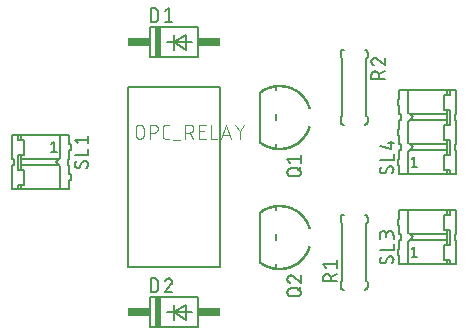
<source format=gbr>
G04 EAGLE Gerber X2 export*
%TF.Part,Single*%
%TF.FileFunction,Legend,Top,1*%
%TF.FilePolarity,Positive*%
%TF.GenerationSoftware,Autodesk,EAGLE,9.0.1*%
%TF.CreationDate,2018-06-12T17:55:40Z*%
G75*
%MOMM*%
%FSLAX34Y34*%
%LPD*%
%AMOC8*
5,1,8,0,0,1.08239X$1,22.5*%
G01*
%ADD10C,0.152400*%
%ADD11C,0.127000*%
%ADD12R,0.508000X2.540000*%
%ADD13R,1.905000X0.762000*%
%ADD14C,0.076200*%
%ADD15C,0.015238*%


D10*
X185420Y342900D02*
X144780Y342900D01*
X185420Y342900D02*
X185420Y368300D01*
X144780Y368300D01*
X144780Y342900D01*
X158750Y355600D02*
X165100Y355600D01*
X175260Y361950D02*
X175260Y349250D01*
X165100Y355600D01*
X180340Y355600D01*
X175260Y361950D02*
X165100Y355600D01*
X165100Y361950D01*
X165100Y355600D02*
X165100Y349250D01*
D11*
X145415Y372745D02*
X145415Y384175D01*
X148590Y384175D01*
X148701Y384173D01*
X148811Y384167D01*
X148922Y384158D01*
X149032Y384144D01*
X149141Y384127D01*
X149250Y384106D01*
X149358Y384081D01*
X149465Y384052D01*
X149571Y384020D01*
X149676Y383984D01*
X149779Y383944D01*
X149881Y383901D01*
X149982Y383854D01*
X150081Y383803D01*
X150178Y383750D01*
X150272Y383693D01*
X150365Y383632D01*
X150456Y383569D01*
X150545Y383502D01*
X150631Y383432D01*
X150714Y383359D01*
X150796Y383284D01*
X150874Y383206D01*
X150949Y383124D01*
X151022Y383041D01*
X151092Y382955D01*
X151159Y382866D01*
X151222Y382775D01*
X151283Y382682D01*
X151340Y382588D01*
X151393Y382491D01*
X151444Y382392D01*
X151491Y382291D01*
X151534Y382189D01*
X151574Y382086D01*
X151610Y381981D01*
X151642Y381875D01*
X151671Y381768D01*
X151696Y381660D01*
X151717Y381551D01*
X151734Y381442D01*
X151748Y381332D01*
X151757Y381221D01*
X151763Y381111D01*
X151765Y381000D01*
X151765Y375920D01*
X151763Y375809D01*
X151757Y375699D01*
X151748Y375588D01*
X151734Y375478D01*
X151717Y375369D01*
X151696Y375260D01*
X151671Y375152D01*
X151642Y375045D01*
X151610Y374939D01*
X151574Y374834D01*
X151534Y374731D01*
X151491Y374629D01*
X151444Y374528D01*
X151393Y374429D01*
X151340Y374332D01*
X151283Y374238D01*
X151222Y374145D01*
X151159Y374054D01*
X151092Y373965D01*
X151022Y373879D01*
X150949Y373796D01*
X150874Y373714D01*
X150796Y373636D01*
X150714Y373561D01*
X150631Y373488D01*
X150545Y373418D01*
X150456Y373351D01*
X150365Y373288D01*
X150272Y373227D01*
X150177Y373170D01*
X150081Y373117D01*
X149982Y373066D01*
X149881Y373019D01*
X149779Y372976D01*
X149676Y372936D01*
X149571Y372900D01*
X149465Y372868D01*
X149358Y372839D01*
X149250Y372814D01*
X149141Y372793D01*
X149032Y372776D01*
X148922Y372762D01*
X148811Y372753D01*
X148701Y372747D01*
X148590Y372745D01*
X145415Y372745D01*
X157226Y381635D02*
X160401Y384175D01*
X160401Y372745D01*
X157226Y372745D02*
X163576Y372745D01*
D12*
X151130Y355600D03*
D13*
X194945Y355600D03*
X135255Y355600D03*
D10*
X144780Y114300D02*
X185420Y114300D01*
X185420Y139700D01*
X144780Y139700D01*
X144780Y114300D01*
X158750Y127000D02*
X165100Y127000D01*
X175260Y133350D02*
X175260Y120650D01*
X165100Y127000D01*
X180340Y127000D01*
X175260Y133350D02*
X165100Y127000D01*
X165100Y133350D01*
X165100Y127000D02*
X165100Y120650D01*
D11*
X145415Y144145D02*
X145415Y155575D01*
X148590Y155575D01*
X148701Y155573D01*
X148811Y155567D01*
X148922Y155558D01*
X149032Y155544D01*
X149141Y155527D01*
X149250Y155506D01*
X149358Y155481D01*
X149465Y155452D01*
X149571Y155420D01*
X149676Y155384D01*
X149779Y155344D01*
X149881Y155301D01*
X149982Y155254D01*
X150081Y155203D01*
X150178Y155150D01*
X150272Y155093D01*
X150365Y155032D01*
X150456Y154969D01*
X150545Y154902D01*
X150631Y154832D01*
X150714Y154759D01*
X150796Y154684D01*
X150874Y154606D01*
X150949Y154524D01*
X151022Y154441D01*
X151092Y154355D01*
X151159Y154266D01*
X151222Y154175D01*
X151283Y154082D01*
X151340Y153988D01*
X151393Y153891D01*
X151444Y153792D01*
X151491Y153691D01*
X151534Y153589D01*
X151574Y153486D01*
X151610Y153381D01*
X151642Y153275D01*
X151671Y153168D01*
X151696Y153060D01*
X151717Y152951D01*
X151734Y152842D01*
X151748Y152732D01*
X151757Y152621D01*
X151763Y152511D01*
X151765Y152400D01*
X151765Y147320D01*
X151763Y147209D01*
X151757Y147099D01*
X151748Y146988D01*
X151734Y146878D01*
X151717Y146769D01*
X151696Y146660D01*
X151671Y146552D01*
X151642Y146445D01*
X151610Y146339D01*
X151574Y146234D01*
X151534Y146131D01*
X151491Y146029D01*
X151444Y145928D01*
X151393Y145829D01*
X151340Y145732D01*
X151283Y145638D01*
X151222Y145545D01*
X151159Y145454D01*
X151092Y145365D01*
X151022Y145279D01*
X150949Y145196D01*
X150874Y145114D01*
X150796Y145036D01*
X150714Y144961D01*
X150631Y144888D01*
X150545Y144818D01*
X150456Y144751D01*
X150365Y144688D01*
X150272Y144627D01*
X150177Y144570D01*
X150081Y144517D01*
X149982Y144466D01*
X149881Y144419D01*
X149779Y144376D01*
X149676Y144336D01*
X149571Y144300D01*
X149465Y144268D01*
X149358Y144239D01*
X149250Y144214D01*
X149141Y144193D01*
X149032Y144176D01*
X148922Y144162D01*
X148811Y144153D01*
X148701Y144147D01*
X148590Y144145D01*
X145415Y144145D01*
X160719Y155576D02*
X160823Y155574D01*
X160928Y155568D01*
X161032Y155559D01*
X161135Y155546D01*
X161238Y155528D01*
X161340Y155508D01*
X161442Y155483D01*
X161542Y155455D01*
X161642Y155423D01*
X161740Y155387D01*
X161837Y155348D01*
X161932Y155306D01*
X162026Y155260D01*
X162118Y155210D01*
X162208Y155158D01*
X162296Y155102D01*
X162382Y155042D01*
X162466Y154980D01*
X162547Y154915D01*
X162626Y154847D01*
X162703Y154775D01*
X162776Y154702D01*
X162848Y154625D01*
X162916Y154546D01*
X162981Y154465D01*
X163043Y154381D01*
X163103Y154295D01*
X163159Y154207D01*
X163211Y154117D01*
X163261Y154025D01*
X163307Y153931D01*
X163349Y153836D01*
X163388Y153739D01*
X163424Y153641D01*
X163456Y153541D01*
X163484Y153441D01*
X163509Y153339D01*
X163529Y153237D01*
X163547Y153134D01*
X163560Y153031D01*
X163569Y152927D01*
X163575Y152822D01*
X163577Y152718D01*
X160719Y155575D02*
X160601Y155573D01*
X160482Y155567D01*
X160364Y155558D01*
X160247Y155545D01*
X160130Y155527D01*
X160013Y155507D01*
X159897Y155482D01*
X159782Y155454D01*
X159669Y155421D01*
X159556Y155386D01*
X159444Y155346D01*
X159334Y155304D01*
X159225Y155257D01*
X159117Y155207D01*
X159012Y155154D01*
X158908Y155097D01*
X158806Y155037D01*
X158706Y154974D01*
X158608Y154907D01*
X158512Y154838D01*
X158419Y154765D01*
X158328Y154689D01*
X158239Y154611D01*
X158153Y154529D01*
X158070Y154445D01*
X157989Y154359D01*
X157912Y154269D01*
X157837Y154178D01*
X157765Y154084D01*
X157696Y153987D01*
X157631Y153889D01*
X157568Y153788D01*
X157509Y153685D01*
X157453Y153581D01*
X157401Y153475D01*
X157352Y153367D01*
X157307Y153258D01*
X157265Y153147D01*
X157227Y153035D01*
X162624Y150496D02*
X162700Y150571D01*
X162775Y150650D01*
X162846Y150731D01*
X162915Y150815D01*
X162980Y150901D01*
X163042Y150989D01*
X163102Y151079D01*
X163158Y151171D01*
X163211Y151266D01*
X163260Y151362D01*
X163306Y151460D01*
X163349Y151559D01*
X163388Y151660D01*
X163423Y151762D01*
X163455Y151865D01*
X163483Y151969D01*
X163508Y152074D01*
X163529Y152181D01*
X163546Y152287D01*
X163559Y152394D01*
X163568Y152502D01*
X163574Y152610D01*
X163576Y152718D01*
X162624Y150495D02*
X157226Y144145D01*
X163576Y144145D01*
D12*
X151130Y127000D03*
D13*
X194945Y127000D03*
X135255Y127000D03*
D10*
X126492Y165100D02*
X203708Y165100D01*
X203708Y317754D01*
X126492Y317754D01*
X126492Y165100D01*
D14*
X132715Y277001D02*
X132715Y282307D01*
X132717Y282421D01*
X132723Y282536D01*
X132733Y282650D01*
X132747Y282763D01*
X132764Y282877D01*
X132786Y282989D01*
X132811Y283101D01*
X132841Y283211D01*
X132874Y283321D01*
X132911Y283429D01*
X132951Y283536D01*
X132996Y283642D01*
X133043Y283746D01*
X133095Y283848D01*
X133150Y283948D01*
X133208Y284047D01*
X133270Y284143D01*
X133335Y284238D01*
X133403Y284329D01*
X133475Y284419D01*
X133549Y284506D01*
X133626Y284590D01*
X133707Y284672D01*
X133790Y284751D01*
X133875Y284827D01*
X133964Y284900D01*
X134054Y284969D01*
X134147Y285036D01*
X134243Y285099D01*
X134340Y285159D01*
X134440Y285216D01*
X134541Y285269D01*
X134644Y285319D01*
X134749Y285365D01*
X134855Y285408D01*
X134963Y285446D01*
X135072Y285481D01*
X135182Y285512D01*
X135293Y285540D01*
X135405Y285563D01*
X135518Y285583D01*
X135631Y285599D01*
X135745Y285611D01*
X135859Y285619D01*
X135974Y285623D01*
X136088Y285623D01*
X136203Y285619D01*
X136317Y285611D01*
X136431Y285599D01*
X136544Y285583D01*
X136657Y285563D01*
X136769Y285540D01*
X136880Y285512D01*
X136990Y285481D01*
X137099Y285446D01*
X137207Y285408D01*
X137313Y285365D01*
X137418Y285319D01*
X137521Y285269D01*
X137622Y285216D01*
X137722Y285159D01*
X137819Y285099D01*
X137915Y285036D01*
X138008Y284969D01*
X138098Y284900D01*
X138187Y284827D01*
X138272Y284751D01*
X138355Y284672D01*
X138436Y284590D01*
X138513Y284506D01*
X138587Y284419D01*
X138659Y284329D01*
X138727Y284238D01*
X138792Y284143D01*
X138854Y284047D01*
X138912Y283948D01*
X138967Y283848D01*
X139019Y283746D01*
X139066Y283642D01*
X139111Y283536D01*
X139151Y283429D01*
X139188Y283321D01*
X139221Y283211D01*
X139251Y283101D01*
X139276Y282989D01*
X139298Y282877D01*
X139315Y282763D01*
X139329Y282650D01*
X139339Y282536D01*
X139345Y282421D01*
X139347Y282307D01*
X139347Y277001D01*
X139345Y276887D01*
X139339Y276772D01*
X139329Y276658D01*
X139315Y276545D01*
X139298Y276431D01*
X139276Y276319D01*
X139251Y276207D01*
X139221Y276097D01*
X139188Y275987D01*
X139151Y275879D01*
X139111Y275772D01*
X139066Y275666D01*
X139019Y275562D01*
X138967Y275460D01*
X138912Y275360D01*
X138854Y275261D01*
X138792Y275165D01*
X138727Y275070D01*
X138659Y274979D01*
X138587Y274889D01*
X138513Y274802D01*
X138436Y274718D01*
X138355Y274636D01*
X138272Y274557D01*
X138187Y274481D01*
X138098Y274408D01*
X138008Y274339D01*
X137915Y274272D01*
X137819Y274209D01*
X137722Y274149D01*
X137622Y274092D01*
X137521Y274039D01*
X137418Y273989D01*
X137313Y273943D01*
X137207Y273900D01*
X137099Y273862D01*
X136990Y273827D01*
X136880Y273796D01*
X136769Y273768D01*
X136657Y273745D01*
X136544Y273725D01*
X136431Y273709D01*
X136317Y273697D01*
X136203Y273689D01*
X136088Y273685D01*
X135974Y273685D01*
X135859Y273689D01*
X135745Y273697D01*
X135631Y273709D01*
X135518Y273725D01*
X135405Y273745D01*
X135293Y273768D01*
X135182Y273796D01*
X135072Y273827D01*
X134963Y273862D01*
X134855Y273900D01*
X134749Y273943D01*
X134644Y273989D01*
X134541Y274039D01*
X134440Y274092D01*
X134340Y274149D01*
X134243Y274209D01*
X134147Y274272D01*
X134054Y274339D01*
X133964Y274408D01*
X133875Y274481D01*
X133790Y274557D01*
X133707Y274636D01*
X133626Y274718D01*
X133549Y274802D01*
X133475Y274889D01*
X133403Y274979D01*
X133335Y275070D01*
X133270Y275165D01*
X133208Y275261D01*
X133150Y275360D01*
X133095Y275460D01*
X133043Y275562D01*
X132996Y275666D01*
X132951Y275772D01*
X132911Y275879D01*
X132874Y275987D01*
X132841Y276097D01*
X132811Y276207D01*
X132786Y276319D01*
X132764Y276431D01*
X132747Y276545D01*
X132733Y276658D01*
X132723Y276772D01*
X132717Y276887D01*
X132715Y277001D01*
X144674Y273685D02*
X144674Y285623D01*
X147990Y285623D01*
X148104Y285621D01*
X148219Y285615D01*
X148333Y285605D01*
X148446Y285591D01*
X148560Y285574D01*
X148672Y285552D01*
X148784Y285527D01*
X148894Y285497D01*
X149004Y285464D01*
X149112Y285427D01*
X149219Y285387D01*
X149325Y285342D01*
X149429Y285295D01*
X149531Y285243D01*
X149631Y285188D01*
X149730Y285130D01*
X149826Y285068D01*
X149921Y285003D01*
X150012Y284935D01*
X150102Y284863D01*
X150189Y284789D01*
X150273Y284712D01*
X150355Y284631D01*
X150434Y284548D01*
X150510Y284463D01*
X150583Y284374D01*
X150652Y284284D01*
X150719Y284191D01*
X150782Y284095D01*
X150842Y283998D01*
X150899Y283898D01*
X150952Y283797D01*
X151002Y283694D01*
X151048Y283589D01*
X151091Y283483D01*
X151129Y283375D01*
X151164Y283266D01*
X151195Y283156D01*
X151223Y283045D01*
X151246Y282933D01*
X151266Y282820D01*
X151282Y282707D01*
X151294Y282593D01*
X151302Y282479D01*
X151306Y282364D01*
X151306Y282250D01*
X151302Y282135D01*
X151294Y282021D01*
X151282Y281907D01*
X151266Y281794D01*
X151246Y281681D01*
X151223Y281569D01*
X151195Y281458D01*
X151164Y281348D01*
X151129Y281239D01*
X151091Y281131D01*
X151048Y281025D01*
X151002Y280920D01*
X150952Y280817D01*
X150899Y280716D01*
X150842Y280616D01*
X150782Y280519D01*
X150719Y280423D01*
X150652Y280330D01*
X150583Y280240D01*
X150510Y280151D01*
X150434Y280066D01*
X150355Y279983D01*
X150273Y279902D01*
X150189Y279825D01*
X150102Y279751D01*
X150012Y279679D01*
X149921Y279611D01*
X149826Y279546D01*
X149730Y279484D01*
X149631Y279426D01*
X149531Y279371D01*
X149429Y279319D01*
X149325Y279272D01*
X149219Y279227D01*
X149112Y279187D01*
X149004Y279150D01*
X148894Y279117D01*
X148784Y279087D01*
X148672Y279062D01*
X148560Y279040D01*
X148446Y279023D01*
X148333Y279009D01*
X148219Y278999D01*
X148104Y278993D01*
X147990Y278991D01*
X144674Y278991D01*
X158199Y273685D02*
X160852Y273685D01*
X158199Y273685D02*
X158097Y273687D01*
X157996Y273693D01*
X157895Y273703D01*
X157794Y273716D01*
X157694Y273734D01*
X157595Y273755D01*
X157496Y273780D01*
X157399Y273809D01*
X157302Y273841D01*
X157207Y273877D01*
X157114Y273917D01*
X157022Y273960D01*
X156932Y274007D01*
X156843Y274058D01*
X156757Y274111D01*
X156673Y274168D01*
X156591Y274228D01*
X156511Y274291D01*
X156434Y274357D01*
X156359Y274426D01*
X156287Y274498D01*
X156218Y274573D01*
X156152Y274650D01*
X156089Y274730D01*
X156029Y274812D01*
X155972Y274896D01*
X155919Y274982D01*
X155868Y275071D01*
X155821Y275161D01*
X155778Y275253D01*
X155738Y275346D01*
X155702Y275441D01*
X155670Y275538D01*
X155641Y275635D01*
X155616Y275734D01*
X155595Y275833D01*
X155577Y275933D01*
X155564Y276034D01*
X155554Y276135D01*
X155548Y276236D01*
X155546Y276338D01*
X155546Y282970D01*
X155548Y283072D01*
X155554Y283173D01*
X155564Y283274D01*
X155577Y283375D01*
X155595Y283475D01*
X155616Y283574D01*
X155641Y283673D01*
X155670Y283770D01*
X155702Y283867D01*
X155738Y283962D01*
X155778Y284055D01*
X155821Y284147D01*
X155868Y284237D01*
X155919Y284326D01*
X155972Y284412D01*
X156029Y284496D01*
X156089Y284578D01*
X156152Y284658D01*
X156218Y284735D01*
X156287Y284810D01*
X156359Y284882D01*
X156434Y284951D01*
X156511Y285017D01*
X156591Y285080D01*
X156673Y285140D01*
X156757Y285197D01*
X156843Y285250D01*
X156932Y285301D01*
X157022Y285348D01*
X157114Y285391D01*
X157207Y285431D01*
X157302Y285467D01*
X157399Y285499D01*
X157496Y285528D01*
X157594Y285553D01*
X157694Y285574D01*
X157794Y285592D01*
X157895Y285605D01*
X157996Y285615D01*
X158097Y285621D01*
X158199Y285623D01*
X160852Y285623D01*
X164620Y272359D02*
X169926Y272359D01*
X174689Y273685D02*
X174689Y285623D01*
X178005Y285623D01*
X178119Y285621D01*
X178234Y285615D01*
X178348Y285605D01*
X178461Y285591D01*
X178575Y285574D01*
X178687Y285552D01*
X178799Y285527D01*
X178909Y285497D01*
X179019Y285464D01*
X179127Y285427D01*
X179234Y285387D01*
X179340Y285342D01*
X179444Y285295D01*
X179546Y285243D01*
X179646Y285188D01*
X179745Y285130D01*
X179841Y285068D01*
X179936Y285003D01*
X180027Y284935D01*
X180117Y284863D01*
X180204Y284789D01*
X180288Y284712D01*
X180370Y284631D01*
X180449Y284548D01*
X180525Y284463D01*
X180598Y284374D01*
X180667Y284284D01*
X180734Y284191D01*
X180797Y284095D01*
X180857Y283998D01*
X180914Y283898D01*
X180967Y283797D01*
X181017Y283694D01*
X181063Y283589D01*
X181106Y283483D01*
X181144Y283375D01*
X181179Y283266D01*
X181210Y283156D01*
X181238Y283045D01*
X181261Y282933D01*
X181281Y282820D01*
X181297Y282707D01*
X181309Y282593D01*
X181317Y282479D01*
X181321Y282364D01*
X181321Y282250D01*
X181317Y282135D01*
X181309Y282021D01*
X181297Y281907D01*
X181281Y281794D01*
X181261Y281681D01*
X181238Y281569D01*
X181210Y281458D01*
X181179Y281348D01*
X181144Y281239D01*
X181106Y281131D01*
X181063Y281025D01*
X181017Y280920D01*
X180967Y280817D01*
X180914Y280716D01*
X180857Y280616D01*
X180797Y280519D01*
X180734Y280423D01*
X180667Y280330D01*
X180598Y280240D01*
X180525Y280151D01*
X180449Y280066D01*
X180370Y279983D01*
X180288Y279902D01*
X180204Y279825D01*
X180117Y279751D01*
X180027Y279679D01*
X179936Y279611D01*
X179841Y279546D01*
X179745Y279484D01*
X179646Y279426D01*
X179546Y279371D01*
X179444Y279319D01*
X179340Y279272D01*
X179234Y279227D01*
X179127Y279187D01*
X179019Y279150D01*
X178909Y279117D01*
X178799Y279087D01*
X178687Y279062D01*
X178575Y279040D01*
X178461Y279023D01*
X178348Y279009D01*
X178234Y278999D01*
X178119Y278993D01*
X178005Y278991D01*
X174689Y278991D01*
X178669Y278991D02*
X181322Y273685D01*
X186456Y273685D02*
X191761Y273685D01*
X186456Y273685D02*
X186456Y285623D01*
X191761Y285623D01*
X190435Y280317D02*
X186456Y280317D01*
X196362Y285623D02*
X196362Y273685D01*
X201667Y273685D01*
X205204Y273685D02*
X209183Y285623D01*
X213162Y273685D01*
X212167Y276670D02*
X206198Y276670D01*
X216634Y285623D02*
X220613Y279986D01*
X224592Y285623D01*
X220613Y279986D02*
X220613Y273685D01*
D15*
X280117Y300237D02*
X278806Y299833D01*
X278807Y299833D02*
X278610Y300438D01*
X278399Y301038D01*
X278173Y301632D01*
X277932Y302220D01*
X277677Y302803D01*
X277408Y303379D01*
X277125Y303949D01*
X276828Y304511D01*
X276518Y305066D01*
X276194Y305613D01*
X275857Y306152D01*
X275506Y306682D01*
X275143Y307204D01*
X274767Y307717D01*
X274379Y308221D01*
X273978Y308714D01*
X273566Y309198D01*
X273142Y309672D01*
X272706Y310135D01*
X272259Y310587D01*
X271801Y311028D01*
X271333Y311458D01*
X270854Y311877D01*
X270365Y312283D01*
X269866Y312677D01*
X269358Y313060D01*
X268840Y313429D01*
X268314Y313786D01*
X267779Y314130D01*
X267236Y314460D01*
X266685Y314777D01*
X266126Y315081D01*
X265560Y315371D01*
X264988Y315647D01*
X264408Y315908D01*
X263822Y316156D01*
X263231Y316389D01*
X262634Y316608D01*
X262032Y316812D01*
X261425Y317001D01*
X260813Y317175D01*
X260197Y317334D01*
X259578Y317478D01*
X258955Y317607D01*
X258330Y317721D01*
X257702Y317819D01*
X257071Y317902D01*
X256439Y317969D01*
X255805Y318021D01*
X255171Y318058D01*
X254535Y318078D01*
X253899Y318084D01*
X253263Y318074D01*
X252628Y318048D01*
X251994Y318006D01*
X251360Y317950D01*
X250729Y317877D01*
X250099Y317789D01*
X249472Y317686D01*
X248847Y317568D01*
X248225Y317434D01*
X247607Y317285D01*
X246993Y317121D01*
X246383Y316942D01*
X245777Y316749D01*
X245176Y316540D01*
X244581Y316317D01*
X243991Y316079D01*
X243408Y315827D01*
X242830Y315561D01*
X242259Y315280D01*
X241696Y314986D01*
X241140Y314678D01*
X240591Y314357D01*
X240050Y314022D01*
X239518Y313674D01*
X238995Y313313D01*
X238480Y312940D01*
X237975Y312554D01*
X237126Y313631D01*
X237125Y313631D01*
X237657Y314038D01*
X238199Y314431D01*
X238750Y314811D01*
X239311Y315178D01*
X239880Y315530D01*
X240458Y315869D01*
X241043Y316193D01*
X241637Y316503D01*
X242238Y316798D01*
X242846Y317079D01*
X243460Y317344D01*
X244081Y317594D01*
X244708Y317830D01*
X245340Y318049D01*
X245978Y318253D01*
X246620Y318442D01*
X247267Y318615D01*
X247918Y318771D01*
X248573Y318912D01*
X249230Y319037D01*
X249891Y319146D01*
X250554Y319238D01*
X251219Y319314D01*
X251886Y319374D01*
X252554Y319418D01*
X253223Y319445D01*
X253893Y319456D01*
X254562Y319450D01*
X255231Y319428D01*
X255900Y319390D01*
X256567Y319335D01*
X257233Y319264D01*
X257897Y319177D01*
X258558Y319074D01*
X259217Y318954D01*
X259872Y318818D01*
X260524Y318667D01*
X261173Y318499D01*
X261816Y318316D01*
X262456Y318116D01*
X263090Y317902D01*
X263719Y317671D01*
X264341Y317426D01*
X264958Y317165D01*
X265568Y316890D01*
X266171Y316599D01*
X266767Y316294D01*
X267356Y315974D01*
X267936Y315640D01*
X268508Y315292D01*
X269071Y314930D01*
X269625Y314555D01*
X270170Y314165D01*
X270705Y313763D01*
X271230Y313348D01*
X271745Y312920D01*
X272249Y312479D01*
X272742Y312027D01*
X273225Y311562D01*
X273695Y311086D01*
X274154Y310598D01*
X274600Y310099D01*
X275035Y309590D01*
X275456Y309070D01*
X275865Y308540D01*
X276261Y308000D01*
X276643Y307450D01*
X277012Y306891D01*
X277367Y306324D01*
X277709Y305748D01*
X278035Y305163D01*
X278348Y304571D01*
X278646Y303972D01*
X278929Y303365D01*
X279197Y302752D01*
X279450Y302132D01*
X279688Y301506D01*
X279911Y300874D01*
X280118Y300238D01*
X279981Y300196D01*
X279775Y300829D01*
X279554Y301457D01*
X279317Y302080D01*
X279065Y302696D01*
X278798Y303306D01*
X278517Y303910D01*
X278220Y304506D01*
X277910Y305095D01*
X277584Y305677D01*
X277245Y306250D01*
X276892Y306814D01*
X276525Y307370D01*
X276145Y307917D01*
X275751Y308454D01*
X275344Y308981D01*
X274925Y309499D01*
X274493Y310005D01*
X274048Y310501D01*
X273592Y310987D01*
X273124Y311460D01*
X272644Y311923D01*
X272154Y312373D01*
X271652Y312811D01*
X271140Y313237D01*
X270618Y313650D01*
X270085Y314050D01*
X269543Y314437D01*
X268992Y314811D01*
X268432Y315171D01*
X267863Y315517D01*
X267286Y315849D01*
X266700Y316168D01*
X266108Y316471D01*
X265508Y316760D01*
X264901Y317034D01*
X264287Y317294D01*
X263668Y317538D01*
X263042Y317767D01*
X262411Y317980D01*
X261776Y318178D01*
X261135Y318361D01*
X260490Y318528D01*
X259842Y318679D01*
X259189Y318814D01*
X258534Y318933D01*
X257876Y319036D01*
X257216Y319122D01*
X256554Y319193D01*
X255890Y319247D01*
X255225Y319285D01*
X254559Y319307D01*
X253893Y319313D01*
X253227Y319302D01*
X252562Y319275D01*
X251897Y319232D01*
X251234Y319172D01*
X250572Y319096D01*
X249913Y319004D01*
X249256Y318896D01*
X248601Y318772D01*
X247950Y318632D01*
X247303Y318476D01*
X246659Y318304D01*
X246020Y318117D01*
X245386Y317914D01*
X244757Y317695D01*
X244133Y317461D01*
X243516Y317212D01*
X242904Y316948D01*
X242299Y316669D01*
X241702Y316375D01*
X241111Y316067D01*
X240529Y315745D01*
X239954Y315408D01*
X239388Y315057D01*
X238830Y314693D01*
X238282Y314315D01*
X237743Y313923D01*
X237214Y313519D01*
X237302Y313407D01*
X237829Y313809D01*
X238365Y314198D01*
X238910Y314574D01*
X239465Y314937D01*
X240028Y315286D01*
X240600Y315621D01*
X241179Y315941D01*
X241767Y316248D01*
X242361Y316540D01*
X242963Y316818D01*
X243571Y317080D01*
X244185Y317328D01*
X244806Y317561D01*
X245431Y317778D01*
X246062Y317980D01*
X246698Y318167D01*
X247338Y318337D01*
X247982Y318493D01*
X248630Y318632D01*
X249281Y318755D01*
X249934Y318863D01*
X250591Y318954D01*
X251249Y319030D01*
X251909Y319089D01*
X252570Y319132D01*
X253232Y319159D01*
X253894Y319170D01*
X254556Y319164D01*
X255219Y319143D01*
X255880Y319105D01*
X256540Y319051D01*
X257199Y318980D01*
X257856Y318894D01*
X258510Y318792D01*
X259162Y318673D01*
X259811Y318539D01*
X260456Y318389D01*
X261098Y318223D01*
X261735Y318041D01*
X262367Y317844D01*
X262995Y317632D01*
X263617Y317404D01*
X264233Y317161D01*
X264843Y316903D01*
X265447Y316631D01*
X266044Y316343D01*
X266634Y316041D01*
X267216Y315725D01*
X267790Y315394D01*
X268356Y315050D01*
X268913Y314692D01*
X269462Y314320D01*
X270001Y313935D01*
X270530Y313537D01*
X271050Y313126D01*
X271559Y312702D01*
X272058Y312266D01*
X272546Y311819D01*
X273023Y311359D01*
X273489Y310887D01*
X273943Y310405D01*
X274385Y309911D01*
X274815Y309407D01*
X275232Y308893D01*
X275636Y308368D01*
X276028Y307834D01*
X276406Y307290D01*
X276771Y306737D01*
X277123Y306176D01*
X277460Y305605D01*
X277784Y305027D01*
X278093Y304441D01*
X278388Y303848D01*
X278668Y303248D01*
X278933Y302641D01*
X279184Y302028D01*
X279419Y301408D01*
X279639Y300783D01*
X279844Y300153D01*
X279708Y300111D01*
X279504Y300738D01*
X279285Y301359D01*
X279051Y301975D01*
X278802Y302585D01*
X278538Y303189D01*
X278259Y303786D01*
X277966Y304377D01*
X277658Y304959D01*
X277336Y305534D01*
X277001Y306101D01*
X276651Y306660D01*
X276288Y307210D01*
X275911Y307751D01*
X275522Y308282D01*
X275119Y308804D01*
X274704Y309316D01*
X274277Y309818D01*
X273837Y310308D01*
X273386Y310788D01*
X272923Y311257D01*
X272448Y311715D01*
X271963Y312160D01*
X271466Y312594D01*
X270960Y313015D01*
X270443Y313424D01*
X269916Y313820D01*
X269380Y314203D01*
X268834Y314572D01*
X268280Y314929D01*
X267717Y315271D01*
X267146Y315600D01*
X266567Y315915D01*
X265980Y316215D01*
X265387Y316501D01*
X264786Y316772D01*
X264179Y317029D01*
X263566Y317270D01*
X262947Y317497D01*
X262323Y317708D01*
X261694Y317904D01*
X261060Y318085D01*
X260422Y318250D01*
X259780Y318399D01*
X259135Y318533D01*
X258487Y318651D01*
X257836Y318752D01*
X257182Y318838D01*
X256527Y318908D01*
X255870Y318962D01*
X255212Y319000D01*
X254554Y319021D01*
X253895Y319027D01*
X253236Y319016D01*
X252577Y318989D01*
X251920Y318947D01*
X251263Y318888D01*
X250609Y318813D01*
X249956Y318722D01*
X249306Y318615D01*
X248658Y318492D01*
X248014Y318353D01*
X247374Y318199D01*
X246737Y318029D01*
X246105Y317843D01*
X245477Y317643D01*
X244854Y317426D01*
X244237Y317195D01*
X243626Y316949D01*
X243021Y316687D01*
X242423Y316411D01*
X241831Y316121D01*
X241247Y315816D01*
X240671Y315496D01*
X240102Y315163D01*
X239542Y314816D01*
X238990Y314456D01*
X238448Y314082D01*
X237915Y313695D01*
X237391Y313294D01*
X237480Y313182D01*
X238000Y313580D01*
X238531Y313965D01*
X239070Y314337D01*
X239619Y314696D01*
X240176Y315041D01*
X240742Y315372D01*
X241315Y315690D01*
X241896Y315993D01*
X242485Y316282D01*
X243080Y316557D01*
X243682Y316817D01*
X244290Y317062D01*
X244903Y317292D01*
X245522Y317507D01*
X246147Y317707D01*
X246776Y317891D01*
X247409Y318060D01*
X248046Y318214D01*
X248687Y318352D01*
X249331Y318474D01*
X249978Y318580D01*
X250627Y318671D01*
X251278Y318745D01*
X251931Y318804D01*
X252585Y318847D01*
X253240Y318873D01*
X253895Y318884D01*
X254551Y318878D01*
X255206Y318857D01*
X255860Y318819D01*
X256514Y318766D01*
X257165Y318696D01*
X257815Y318611D01*
X258463Y318510D01*
X259108Y318392D01*
X259750Y318260D01*
X260388Y318111D01*
X261023Y317947D01*
X261653Y317767D01*
X262279Y317572D01*
X262900Y317362D01*
X263515Y317137D01*
X264125Y316896D01*
X264729Y316641D01*
X265326Y316371D01*
X265917Y316087D01*
X266500Y315788D01*
X267076Y315475D01*
X267644Y315148D01*
X268204Y314807D01*
X268755Y314453D01*
X269298Y314085D01*
X269831Y313704D01*
X270355Y313311D01*
X270869Y312904D01*
X271373Y312485D01*
X271867Y312054D01*
X272350Y311610D01*
X272822Y311156D01*
X273283Y310689D01*
X273732Y310212D01*
X274169Y309724D01*
X274594Y309225D01*
X275007Y308716D01*
X275407Y308197D01*
X275795Y307668D01*
X276169Y307130D01*
X276531Y306583D01*
X276878Y306027D01*
X277212Y305463D01*
X277532Y304891D01*
X277838Y304312D01*
X278130Y303725D01*
X278407Y303131D01*
X278670Y302530D01*
X278918Y301923D01*
X279150Y301311D01*
X279368Y300692D01*
X279571Y300069D01*
X279434Y300027D01*
X279233Y300647D01*
X279016Y301262D01*
X278784Y301871D01*
X278538Y302475D01*
X278277Y303072D01*
X278001Y303663D01*
X277711Y304247D01*
X277406Y304823D01*
X277088Y305392D01*
X276756Y305953D01*
X276410Y306506D01*
X276051Y307050D01*
X275678Y307585D01*
X275293Y308111D01*
X274895Y308627D01*
X274484Y309134D01*
X274061Y309630D01*
X273626Y310115D01*
X273180Y310590D01*
X272721Y311054D01*
X272252Y311506D01*
X271772Y311947D01*
X271281Y312376D01*
X270779Y312793D01*
X270268Y313197D01*
X269747Y313589D01*
X269216Y313968D01*
X268677Y314334D01*
X268128Y314686D01*
X267571Y315025D01*
X267006Y315350D01*
X266433Y315662D01*
X265853Y315959D01*
X265266Y316242D01*
X264671Y316510D01*
X264071Y316764D01*
X263464Y317003D01*
X262852Y317227D01*
X262235Y317436D01*
X261612Y317630D01*
X260985Y317809D01*
X260354Y317972D01*
X259719Y318120D01*
X259081Y318252D01*
X258439Y318369D01*
X257795Y318469D01*
X257149Y318554D01*
X256500Y318623D01*
X255851Y318677D01*
X255200Y318714D01*
X254548Y318735D01*
X253896Y318741D01*
X253244Y318730D01*
X252593Y318704D01*
X251942Y318661D01*
X251293Y318603D01*
X250645Y318529D01*
X249999Y318439D01*
X249356Y318333D01*
X248716Y318212D01*
X248078Y318075D01*
X247444Y317922D01*
X246814Y317754D01*
X246189Y317570D01*
X245568Y317371D01*
X244952Y317157D01*
X244342Y316929D01*
X243737Y316685D01*
X243138Y316426D01*
X242546Y316153D01*
X241961Y315866D01*
X241383Y315564D01*
X240813Y315248D01*
X240250Y314919D01*
X239696Y314575D01*
X239150Y314219D01*
X238614Y313849D01*
X238086Y313466D01*
X237568Y313070D01*
X237657Y312958D01*
X238172Y313351D01*
X238697Y313732D01*
X239230Y314100D01*
X239773Y314455D01*
X240325Y314796D01*
X240884Y315124D01*
X241451Y315438D01*
X242026Y315738D01*
X242608Y316024D01*
X243197Y316296D01*
X243792Y316553D01*
X244394Y316795D01*
X245001Y317023D01*
X245613Y317236D01*
X246231Y317434D01*
X246853Y317616D01*
X247480Y317783D01*
X248110Y317935D01*
X248744Y318072D01*
X249381Y318192D01*
X250021Y318298D01*
X250663Y318387D01*
X251308Y318461D01*
X251953Y318519D01*
X252600Y318561D01*
X253248Y318587D01*
X253897Y318598D01*
X254545Y318592D01*
X255193Y318571D01*
X255841Y318534D01*
X256487Y318481D01*
X257132Y318412D01*
X257775Y318328D01*
X258415Y318228D01*
X259053Y318112D01*
X259688Y317980D01*
X260320Y317833D01*
X260948Y317671D01*
X261571Y317493D01*
X262190Y317300D01*
X262805Y317092D01*
X263414Y316870D01*
X264017Y316632D01*
X264614Y316379D01*
X265205Y316112D01*
X265789Y315831D01*
X266366Y315535D01*
X266936Y315226D01*
X267498Y314902D01*
X268052Y314565D01*
X268598Y314215D01*
X269134Y313851D01*
X269662Y313474D01*
X270180Y313084D01*
X270689Y312682D01*
X271188Y312267D01*
X271676Y311841D01*
X272154Y311402D01*
X272621Y310952D01*
X273076Y310491D01*
X273521Y310019D01*
X273953Y309536D01*
X274374Y309042D01*
X274783Y308539D01*
X275179Y308025D01*
X275562Y307502D01*
X275932Y306970D01*
X276290Y306429D01*
X276634Y305879D01*
X276964Y305321D01*
X277281Y304755D01*
X277583Y304182D01*
X277872Y303601D01*
X278146Y303014D01*
X278406Y302419D01*
X278651Y301819D01*
X278882Y301213D01*
X279097Y300601D01*
X279298Y299985D01*
X279161Y299943D01*
X278962Y300556D01*
X278747Y301164D01*
X278518Y301767D01*
X278274Y302364D01*
X278016Y302955D01*
X277743Y303539D01*
X277456Y304117D01*
X277155Y304687D01*
X276840Y305250D01*
X276511Y305805D01*
X276169Y306352D01*
X275814Y306890D01*
X275445Y307419D01*
X275064Y307939D01*
X274670Y308450D01*
X274264Y308951D01*
X273846Y309442D01*
X273415Y309922D01*
X272973Y310392D01*
X272520Y310851D01*
X272056Y311298D01*
X271581Y311734D01*
X271095Y312159D01*
X270599Y312571D01*
X270093Y312971D01*
X269577Y313359D01*
X269053Y313733D01*
X268519Y314095D01*
X267976Y314444D01*
X267425Y314779D01*
X266866Y315101D01*
X266300Y315409D01*
X265726Y315703D01*
X265145Y315983D01*
X264557Y316248D01*
X263963Y316499D01*
X263363Y316736D01*
X262757Y316958D01*
X262146Y317164D01*
X261530Y317356D01*
X260910Y317533D01*
X260286Y317694D01*
X259658Y317841D01*
X259026Y317971D01*
X258392Y318087D01*
X257754Y318186D01*
X257115Y318270D01*
X256474Y318339D01*
X255831Y318391D01*
X255187Y318428D01*
X254542Y318449D01*
X253897Y318455D01*
X253253Y318444D01*
X252608Y318418D01*
X251965Y318376D01*
X251322Y318319D01*
X250682Y318245D01*
X250043Y318156D01*
X249406Y318052D01*
X248773Y317931D01*
X248142Y317796D01*
X247515Y317645D01*
X246892Y317478D01*
X246273Y317297D01*
X245659Y317100D01*
X245050Y316889D01*
X244446Y316662D01*
X243848Y316421D01*
X243256Y316165D01*
X242670Y315895D01*
X242091Y315611D01*
X241519Y315312D01*
X240955Y315000D01*
X240399Y314674D01*
X239850Y314335D01*
X239311Y313982D01*
X238779Y313616D01*
X238258Y313237D01*
X237745Y312845D01*
X237834Y312733D01*
X238343Y313122D01*
X238862Y313499D01*
X239391Y313863D01*
X239927Y314214D01*
X240473Y314552D01*
X241026Y314876D01*
X241587Y315187D01*
X242156Y315484D01*
X242732Y315766D01*
X243314Y316035D01*
X243903Y316289D01*
X244498Y316529D01*
X245099Y316754D01*
X245704Y316965D01*
X246315Y317160D01*
X246931Y317341D01*
X247551Y317506D01*
X248174Y317656D01*
X248801Y317791D01*
X249431Y317911D01*
X250064Y318015D01*
X250700Y318103D01*
X251337Y318176D01*
X251976Y318234D01*
X252616Y318275D01*
X253257Y318301D01*
X253898Y318312D01*
X254540Y318306D01*
X255181Y318285D01*
X255821Y318249D01*
X256460Y318196D01*
X257098Y318128D01*
X257734Y318045D01*
X258368Y317946D01*
X258999Y317831D01*
X259627Y317701D01*
X260252Y317556D01*
X260873Y317395D01*
X261490Y317219D01*
X262102Y317028D01*
X262710Y316823D01*
X263312Y316602D01*
X263909Y316367D01*
X264500Y316117D01*
X265084Y315853D01*
X265662Y315575D01*
X266233Y315282D01*
X266796Y314976D01*
X267352Y314656D01*
X267900Y314323D01*
X268440Y313976D01*
X268971Y313616D01*
X269493Y313243D01*
X270006Y312858D01*
X270509Y312460D01*
X271002Y312050D01*
X271485Y311628D01*
X271958Y311194D01*
X272419Y310749D01*
X272870Y310293D01*
X273310Y309826D01*
X273738Y309348D01*
X274154Y308860D01*
X274558Y308362D01*
X274950Y307854D01*
X275329Y307336D01*
X275695Y306810D01*
X276049Y306275D01*
X276389Y305731D01*
X276716Y305179D01*
X277029Y304619D01*
X277328Y304052D01*
X277614Y303478D01*
X277885Y302896D01*
X278142Y302309D01*
X278385Y301715D01*
X278613Y301115D01*
X278826Y300510D01*
X279024Y299900D01*
X278888Y299858D01*
X278691Y300465D01*
X278478Y301067D01*
X278252Y301663D01*
X278010Y302253D01*
X277755Y302838D01*
X277485Y303416D01*
X277201Y303987D01*
X276903Y304551D01*
X276592Y305108D01*
X276267Y305657D01*
X275928Y306198D01*
X275577Y306730D01*
X275212Y307254D01*
X274835Y307768D01*
X274446Y308273D01*
X274044Y308769D01*
X273630Y309254D01*
X273204Y309729D01*
X272767Y310194D01*
X272319Y310648D01*
X271860Y311090D01*
X271389Y311522D01*
X270909Y311941D01*
X270419Y312349D01*
X269918Y312745D01*
X269408Y313128D01*
X268889Y313499D01*
X268361Y313857D01*
X267824Y314202D01*
X267279Y314533D01*
X266727Y314851D01*
X266166Y315156D01*
X265598Y315447D01*
X265024Y315724D01*
X264442Y315986D01*
X263855Y316235D01*
X263261Y316469D01*
X262662Y316688D01*
X262058Y316892D01*
X261449Y317082D01*
X260835Y317257D01*
X260218Y317417D01*
X259596Y317561D01*
X258972Y317691D01*
X258344Y317805D01*
X257714Y317903D01*
X257081Y317986D01*
X256447Y318054D01*
X255811Y318106D01*
X255174Y318143D01*
X254537Y318163D01*
X253899Y318169D01*
X253261Y318159D01*
X252624Y318133D01*
X251987Y318091D01*
X251352Y318034D01*
X250718Y317962D01*
X250086Y317874D01*
X249457Y317770D01*
X248830Y317651D01*
X248206Y317517D01*
X247586Y317368D01*
X246970Y317203D01*
X246358Y317024D01*
X245750Y316829D01*
X245147Y316620D01*
X244550Y316396D01*
X243958Y316157D01*
X243373Y315905D01*
X242793Y315637D01*
X242221Y315356D01*
X241655Y315061D01*
X241097Y314752D01*
X240547Y314429D01*
X240005Y314094D01*
X239471Y313745D01*
X238945Y313383D01*
X238429Y313008D01*
X237922Y312621D01*
X237125Y270569D02*
X237975Y271647D01*
X237974Y271646D02*
X238480Y271260D01*
X238994Y270887D01*
X239518Y270526D01*
X240050Y270178D01*
X240590Y269843D01*
X241139Y269522D01*
X241695Y269214D01*
X242259Y268920D01*
X242830Y268640D01*
X243407Y268373D01*
X243991Y268121D01*
X244581Y267883D01*
X245176Y267660D01*
X245777Y267452D01*
X246382Y267258D01*
X246992Y267079D01*
X247607Y266915D01*
X248225Y266766D01*
X248846Y266632D01*
X249471Y266514D01*
X250099Y266411D01*
X250728Y266323D01*
X251360Y266250D01*
X251993Y266194D01*
X252628Y266152D01*
X253263Y266126D01*
X253899Y266116D01*
X254535Y266122D01*
X255170Y266142D01*
X255805Y266179D01*
X256439Y266231D01*
X257071Y266298D01*
X257701Y266381D01*
X258329Y266479D01*
X258955Y266593D01*
X259578Y266722D01*
X260197Y266866D01*
X260813Y267025D01*
X261424Y267199D01*
X262031Y267388D01*
X262633Y267592D01*
X263231Y267811D01*
X263822Y268044D01*
X264408Y268291D01*
X264987Y268553D01*
X265560Y268829D01*
X266126Y269119D01*
X266685Y269423D01*
X267236Y269740D01*
X267779Y270070D01*
X268314Y270414D01*
X268840Y270771D01*
X269358Y271140D01*
X269866Y271522D01*
X270365Y271917D01*
X270854Y272323D01*
X271332Y272741D01*
X271801Y273171D01*
X272259Y273613D01*
X272706Y274065D01*
X273141Y274528D01*
X273566Y275002D01*
X273978Y275485D01*
X274379Y275979D01*
X274767Y276483D01*
X275143Y276996D01*
X275506Y277517D01*
X275857Y278048D01*
X276194Y278587D01*
X276518Y279134D01*
X276828Y279689D01*
X277125Y280251D01*
X277408Y280821D01*
X277677Y281397D01*
X277932Y281979D01*
X278172Y282568D01*
X278398Y283162D01*
X278610Y283762D01*
X278806Y284367D01*
X280117Y283963D01*
X280118Y283962D01*
X279911Y283325D01*
X279688Y282694D01*
X279450Y282068D01*
X279197Y281448D01*
X278929Y280835D01*
X278646Y280228D01*
X278348Y279629D01*
X278035Y279036D01*
X277708Y278452D01*
X277367Y277876D01*
X277012Y277308D01*
X276643Y276750D01*
X276261Y276200D01*
X275865Y275660D01*
X275456Y275130D01*
X275035Y274610D01*
X274600Y274100D01*
X274154Y273602D01*
X273695Y273114D01*
X273224Y272638D01*
X272742Y272173D01*
X272249Y271720D01*
X271745Y271280D01*
X271230Y270852D01*
X270705Y270437D01*
X270170Y270034D01*
X269625Y269645D01*
X269071Y269270D01*
X268507Y268908D01*
X267935Y268560D01*
X267355Y268226D01*
X266767Y267906D01*
X266171Y267601D01*
X265568Y267310D01*
X264958Y267035D01*
X264341Y266774D01*
X263718Y266528D01*
X263089Y266298D01*
X262455Y266083D01*
X261816Y265884D01*
X261172Y265701D01*
X260524Y265533D01*
X259872Y265382D01*
X259216Y265246D01*
X258558Y265126D01*
X257896Y265023D01*
X257232Y264936D01*
X256567Y264865D01*
X255899Y264810D01*
X255231Y264772D01*
X254562Y264750D01*
X253892Y264744D01*
X253223Y264755D01*
X252554Y264782D01*
X251886Y264826D01*
X251219Y264886D01*
X250554Y264962D01*
X249891Y265054D01*
X249230Y265163D01*
X248572Y265288D01*
X247918Y265429D01*
X247267Y265586D01*
X246620Y265758D01*
X245978Y265947D01*
X245340Y266151D01*
X244707Y266371D01*
X244081Y266606D01*
X243460Y266856D01*
X242845Y267122D01*
X242237Y267402D01*
X241636Y267697D01*
X241043Y268007D01*
X240457Y268332D01*
X239879Y268670D01*
X239310Y269023D01*
X238750Y269389D01*
X238199Y269769D01*
X237657Y270162D01*
X237125Y270569D01*
X237214Y270681D01*
X237743Y270277D01*
X238282Y269886D01*
X238830Y269508D01*
X239387Y269143D01*
X239954Y268792D01*
X240528Y268456D01*
X241111Y268133D01*
X241701Y267825D01*
X242299Y267531D01*
X242904Y267252D01*
X243515Y266988D01*
X244133Y266739D01*
X244756Y266505D01*
X245385Y266287D01*
X246020Y266083D01*
X246659Y265896D01*
X247302Y265724D01*
X247950Y265568D01*
X248601Y265428D01*
X249255Y265304D01*
X249912Y265196D01*
X250572Y265104D01*
X251234Y265028D01*
X251897Y264968D01*
X252562Y264925D01*
X253227Y264898D01*
X253893Y264887D01*
X254559Y264893D01*
X255225Y264915D01*
X255889Y264953D01*
X256553Y265007D01*
X257215Y265078D01*
X257876Y265164D01*
X258534Y265267D01*
X259189Y265386D01*
X259841Y265521D01*
X260490Y265672D01*
X261135Y265839D01*
X261775Y266021D01*
X262411Y266219D01*
X263042Y266433D01*
X263667Y266662D01*
X264287Y266906D01*
X264900Y267166D01*
X265507Y267440D01*
X266107Y267729D01*
X266700Y268032D01*
X267285Y268350D01*
X267863Y268683D01*
X268431Y269029D01*
X268992Y269389D01*
X269543Y269763D01*
X270085Y270150D01*
X270617Y270550D01*
X271140Y270963D01*
X271652Y271389D01*
X272153Y271827D01*
X272644Y272277D01*
X273124Y272739D01*
X273592Y273213D01*
X274048Y273698D01*
X274492Y274194D01*
X274924Y274701D01*
X275344Y275219D01*
X275751Y275746D01*
X276144Y276283D01*
X276525Y276830D01*
X276892Y277386D01*
X277245Y277950D01*
X277584Y278523D01*
X277909Y279104D01*
X278220Y279693D01*
X278517Y280290D01*
X278798Y280893D01*
X279065Y281504D01*
X279317Y282120D01*
X279554Y282743D01*
X279775Y283371D01*
X279981Y284004D01*
X279844Y284046D01*
X279639Y283416D01*
X279419Y282791D01*
X279184Y282172D01*
X278933Y281559D01*
X278668Y280952D01*
X278388Y280352D01*
X278093Y279758D01*
X277784Y279172D01*
X277460Y278594D01*
X277123Y278024D01*
X276771Y277463D01*
X276406Y276910D01*
X276028Y276366D01*
X275636Y275832D01*
X275232Y275307D01*
X274814Y274792D01*
X274385Y274288D01*
X273943Y273795D01*
X273489Y273312D01*
X273023Y272841D01*
X272546Y272381D01*
X272058Y271933D01*
X271559Y271497D01*
X271050Y271074D01*
X270530Y270663D01*
X270000Y270265D01*
X269461Y269880D01*
X268913Y269508D01*
X268356Y269150D01*
X267790Y268806D01*
X267215Y268475D01*
X266633Y268159D01*
X266044Y267857D01*
X265447Y267569D01*
X264843Y267297D01*
X264233Y267039D01*
X263617Y266796D01*
X262994Y266568D01*
X262367Y266355D01*
X261734Y266158D01*
X261097Y265977D01*
X260456Y265811D01*
X259811Y265661D01*
X259162Y265527D01*
X258510Y265408D01*
X257855Y265306D01*
X257199Y265220D01*
X256540Y265149D01*
X255880Y265095D01*
X255218Y265057D01*
X254556Y265036D01*
X253894Y265030D01*
X253231Y265041D01*
X252569Y265068D01*
X251908Y265111D01*
X251248Y265170D01*
X250590Y265246D01*
X249934Y265337D01*
X249280Y265445D01*
X248629Y265568D01*
X247982Y265707D01*
X247338Y265863D01*
X246698Y266034D01*
X246062Y266220D01*
X245431Y266422D01*
X244805Y266639D01*
X244185Y266872D01*
X243570Y267120D01*
X242962Y267383D01*
X242361Y267660D01*
X241766Y267952D01*
X241179Y268259D01*
X240599Y268580D01*
X240028Y268915D01*
X239464Y269264D01*
X238910Y269626D01*
X238365Y270002D01*
X237828Y270391D01*
X237302Y270794D01*
X237391Y270906D01*
X237914Y270506D01*
X238447Y270119D01*
X238990Y269745D01*
X239542Y269384D01*
X240102Y269037D01*
X240670Y268704D01*
X241247Y268385D01*
X241831Y268080D01*
X242422Y267789D01*
X243021Y267513D01*
X243626Y267252D01*
X244237Y267005D01*
X244854Y266774D01*
X245476Y266558D01*
X246104Y266357D01*
X246736Y266171D01*
X247373Y266001D01*
X248014Y265847D01*
X248658Y265708D01*
X249305Y265585D01*
X249956Y265478D01*
X250608Y265387D01*
X251263Y265312D01*
X251919Y265254D01*
X252577Y265211D01*
X253235Y265184D01*
X253894Y265173D01*
X254553Y265179D01*
X255212Y265200D01*
X255870Y265238D01*
X256527Y265292D01*
X257182Y265362D01*
X257835Y265448D01*
X258486Y265549D01*
X259135Y265667D01*
X259780Y265801D01*
X260422Y265950D01*
X261060Y266115D01*
X261694Y266295D01*
X262323Y266491D01*
X262947Y266703D01*
X263566Y266929D01*
X264179Y267171D01*
X264786Y267428D01*
X265386Y267699D01*
X265980Y267985D01*
X266567Y268285D01*
X267146Y268600D01*
X267717Y268929D01*
X268280Y269271D01*
X268834Y269627D01*
X269379Y269997D01*
X269916Y270380D01*
X270442Y270776D01*
X270959Y271185D01*
X271466Y271606D01*
X271962Y272040D01*
X272448Y272485D01*
X272922Y272943D01*
X273386Y273411D01*
X273837Y273891D01*
X274277Y274382D01*
X274704Y274884D01*
X275119Y275396D01*
X275522Y275917D01*
X275911Y276449D01*
X276288Y276990D01*
X276651Y277540D01*
X277000Y278098D01*
X277336Y278665D01*
X277658Y279240D01*
X277965Y279823D01*
X278259Y280413D01*
X278537Y281011D01*
X278801Y281614D01*
X279051Y282224D01*
X279285Y282840D01*
X279504Y283462D01*
X279708Y284089D01*
X279571Y284131D01*
X279368Y283507D01*
X279150Y282889D01*
X278917Y282276D01*
X278670Y281670D01*
X278407Y281069D01*
X278130Y280475D01*
X277838Y279888D01*
X277532Y279308D01*
X277212Y278736D01*
X276878Y278172D01*
X276530Y277617D01*
X276169Y277070D01*
X275795Y276532D01*
X275407Y276003D01*
X275007Y275484D01*
X274594Y274975D01*
X274169Y274476D01*
X273732Y273988D01*
X273282Y273510D01*
X272822Y273044D01*
X272350Y272589D01*
X271867Y272146D01*
X271373Y271715D01*
X270869Y271296D01*
X270355Y270889D01*
X269831Y270495D01*
X269298Y270114D01*
X268755Y269747D01*
X268204Y269392D01*
X267644Y269052D01*
X267076Y268725D01*
X266500Y268412D01*
X265916Y268113D01*
X265326Y267828D01*
X264728Y267559D01*
X264125Y267303D01*
X263515Y267063D01*
X262899Y266838D01*
X262278Y266627D01*
X261653Y266433D01*
X261022Y266253D01*
X260388Y266089D01*
X259749Y265940D01*
X259107Y265807D01*
X258462Y265690D01*
X257815Y265589D01*
X257165Y265504D01*
X256513Y265434D01*
X255860Y265381D01*
X255206Y265343D01*
X254550Y265322D01*
X253895Y265316D01*
X253240Y265327D01*
X252585Y265353D01*
X251931Y265396D01*
X251278Y265455D01*
X250627Y265529D01*
X249977Y265620D01*
X249331Y265726D01*
X248687Y265848D01*
X248046Y265986D01*
X247408Y266140D01*
X246775Y266309D01*
X246146Y266493D01*
X245522Y266693D01*
X244903Y266908D01*
X244289Y267138D01*
X243681Y267384D01*
X243079Y267643D01*
X242484Y267918D01*
X241896Y268207D01*
X241315Y268510D01*
X240741Y268828D01*
X240176Y269159D01*
X239619Y269504D01*
X239070Y269863D01*
X238530Y270235D01*
X238000Y270620D01*
X237479Y271018D01*
X237568Y271131D01*
X238086Y270735D01*
X238613Y270352D01*
X239150Y269982D01*
X239696Y269625D01*
X240250Y269282D01*
X240812Y268952D01*
X241383Y268636D01*
X241961Y268334D01*
X242546Y268047D01*
X243138Y267774D01*
X243736Y267515D01*
X244341Y267272D01*
X244952Y267043D01*
X245567Y266829D01*
X246188Y266630D01*
X246814Y266446D01*
X247444Y266278D01*
X248078Y266126D01*
X248715Y265988D01*
X249356Y265867D01*
X249999Y265761D01*
X250645Y265671D01*
X251292Y265597D01*
X251942Y265539D01*
X252592Y265496D01*
X253244Y265470D01*
X253896Y265459D01*
X254548Y265465D01*
X255199Y265486D01*
X255850Y265523D01*
X256500Y265577D01*
X257148Y265646D01*
X257795Y265731D01*
X258439Y265831D01*
X259080Y265948D01*
X259719Y266080D01*
X260354Y266228D01*
X260985Y266391D01*
X261612Y266570D01*
X262234Y266763D01*
X262852Y266973D01*
X263464Y267197D01*
X264071Y267436D01*
X264671Y267690D01*
X265265Y267958D01*
X265853Y268241D01*
X266433Y268538D01*
X267006Y268849D01*
X267571Y269175D01*
X268128Y269514D01*
X268676Y269866D01*
X269216Y270232D01*
X269746Y270611D01*
X270268Y271002D01*
X270779Y271407D01*
X271280Y271824D01*
X271771Y272253D01*
X272252Y272693D01*
X272721Y273146D01*
X273179Y273610D01*
X273626Y274084D01*
X274061Y274570D01*
X274484Y275066D01*
X274895Y275573D01*
X275293Y276089D01*
X275678Y276615D01*
X276051Y277150D01*
X276410Y277694D01*
X276756Y278247D01*
X277088Y278808D01*
X277406Y279376D01*
X277711Y279953D01*
X278001Y280537D01*
X278277Y281128D01*
X278538Y281725D01*
X278784Y282329D01*
X279016Y282938D01*
X279233Y283553D01*
X279434Y284173D01*
X279298Y284215D01*
X279097Y283598D01*
X278882Y282987D01*
X278651Y282381D01*
X278406Y281780D01*
X278146Y281186D01*
X277872Y280599D01*
X277583Y280018D01*
X277280Y279444D01*
X276964Y278879D01*
X276633Y278321D01*
X276289Y277771D01*
X275932Y277230D01*
X275562Y276698D01*
X275178Y276175D01*
X274782Y275661D01*
X274374Y275157D01*
X273953Y274664D01*
X273521Y274181D01*
X273076Y273709D01*
X272620Y273247D01*
X272154Y272797D01*
X271676Y272359D01*
X271187Y271932D01*
X270689Y271518D01*
X270180Y271116D01*
X269662Y270726D01*
X269134Y270349D01*
X268597Y269985D01*
X268052Y269635D01*
X267498Y269298D01*
X266936Y268974D01*
X266366Y268664D01*
X265789Y268369D01*
X265205Y268088D01*
X264614Y267821D01*
X264017Y267568D01*
X263413Y267330D01*
X262804Y267107D01*
X262190Y266899D01*
X261571Y266707D01*
X260947Y266529D01*
X260320Y266367D01*
X259688Y266220D01*
X259053Y266088D01*
X258415Y265972D01*
X257774Y265872D01*
X257131Y265788D01*
X256487Y265719D01*
X255840Y265666D01*
X255193Y265629D01*
X254545Y265608D01*
X253896Y265602D01*
X253248Y265613D01*
X252600Y265639D01*
X251953Y265681D01*
X251307Y265739D01*
X250663Y265813D01*
X250021Y265903D01*
X249381Y266008D01*
X248744Y266129D01*
X248110Y266265D01*
X247479Y266417D01*
X246853Y266584D01*
X246231Y266767D01*
X245613Y266964D01*
X245000Y267177D01*
X244393Y267405D01*
X243792Y267647D01*
X243197Y267904D01*
X242608Y268176D01*
X242026Y268462D01*
X241451Y268762D01*
X240884Y269076D01*
X240324Y269404D01*
X239773Y269745D01*
X239230Y270100D01*
X238696Y270468D01*
X238171Y270849D01*
X237656Y271243D01*
X237745Y271355D01*
X238257Y270964D01*
X238779Y270585D01*
X239310Y270219D01*
X239850Y269866D01*
X240398Y269526D01*
X240955Y269200D01*
X241519Y268888D01*
X242091Y268589D01*
X242669Y268305D01*
X243255Y268035D01*
X243847Y267779D01*
X244445Y267538D01*
X245049Y267311D01*
X245659Y267100D01*
X246273Y266903D01*
X246892Y266722D01*
X247515Y266555D01*
X248142Y266404D01*
X248772Y266269D01*
X249406Y266149D01*
X250042Y266044D01*
X250681Y265955D01*
X251322Y265881D01*
X251964Y265824D01*
X252608Y265782D01*
X253252Y265756D01*
X253897Y265745D01*
X254542Y265751D01*
X255187Y265772D01*
X255830Y265809D01*
X256473Y265861D01*
X257115Y265930D01*
X257754Y266014D01*
X258391Y266113D01*
X259026Y266229D01*
X259657Y266359D01*
X260285Y266505D01*
X260910Y266667D01*
X261530Y266844D01*
X262146Y267035D01*
X262757Y267242D01*
X263362Y267464D01*
X263962Y267700D01*
X264556Y267952D01*
X265144Y268217D01*
X265725Y268497D01*
X266299Y268791D01*
X266866Y269099D01*
X267425Y269421D01*
X267976Y269756D01*
X268518Y270105D01*
X269052Y270466D01*
X269577Y270841D01*
X270093Y271229D01*
X270599Y271629D01*
X271095Y272041D01*
X271580Y272465D01*
X272055Y272901D01*
X272520Y273349D01*
X272973Y273808D01*
X273415Y274278D01*
X273845Y274758D01*
X274264Y275249D01*
X274670Y275750D01*
X275064Y276260D01*
X275445Y276780D01*
X275814Y277310D01*
X276169Y277848D01*
X276511Y278395D01*
X276840Y278950D01*
X277155Y279512D01*
X277456Y280083D01*
X277743Y280660D01*
X278016Y281245D01*
X278274Y281836D01*
X278518Y282433D01*
X278747Y283036D01*
X278962Y283644D01*
X279161Y284257D01*
X279024Y284299D01*
X278826Y283689D01*
X278613Y283084D01*
X278385Y282485D01*
X278142Y281891D01*
X277885Y281303D01*
X277614Y280722D01*
X277328Y280148D01*
X277029Y279580D01*
X276716Y279021D01*
X276389Y278469D01*
X276049Y277925D01*
X275695Y277390D01*
X275329Y276863D01*
X274949Y276346D01*
X274558Y275838D01*
X274154Y275340D01*
X273738Y274852D01*
X273310Y274374D01*
X272870Y273907D01*
X272419Y273451D01*
X271957Y273005D01*
X271485Y272572D01*
X271002Y272150D01*
X270508Y271740D01*
X270005Y271342D01*
X269493Y270956D01*
X268971Y270584D01*
X268440Y270224D01*
X267900Y269877D01*
X267352Y269544D01*
X266796Y269224D01*
X266233Y268917D01*
X265662Y268625D01*
X265084Y268347D01*
X264499Y268083D01*
X263908Y267833D01*
X263312Y267598D01*
X262709Y267377D01*
X262102Y267171D01*
X261489Y266981D01*
X260872Y266805D01*
X260251Y266644D01*
X259627Y266499D01*
X258999Y266369D01*
X258367Y266254D01*
X257734Y266155D01*
X257098Y266072D01*
X256460Y266004D01*
X255821Y265951D01*
X255180Y265915D01*
X254539Y265894D01*
X253898Y265888D01*
X253256Y265899D01*
X252615Y265925D01*
X251975Y265966D01*
X251337Y266024D01*
X250699Y266097D01*
X250064Y266185D01*
X249431Y266289D01*
X248801Y266409D01*
X248174Y266544D01*
X247550Y266694D01*
X246930Y266859D01*
X246315Y267040D01*
X245704Y267235D01*
X245098Y267446D01*
X244497Y267671D01*
X243903Y267911D01*
X243314Y268165D01*
X242731Y268434D01*
X242156Y268717D01*
X241587Y269014D01*
X241026Y269324D01*
X240472Y269648D01*
X239927Y269986D01*
X239390Y270337D01*
X238862Y270701D01*
X238343Y271078D01*
X237833Y271467D01*
X237922Y271580D01*
X238429Y271192D01*
X238945Y270818D01*
X239470Y270456D01*
X240004Y270107D01*
X240546Y269771D01*
X241097Y269448D01*
X241655Y269139D01*
X242220Y268844D01*
X242793Y268563D01*
X243372Y268296D01*
X243958Y268043D01*
X244550Y267804D01*
X245147Y267580D01*
X245750Y267371D01*
X246357Y267177D01*
X246969Y266997D01*
X247586Y266832D01*
X248206Y266683D01*
X248829Y266549D01*
X249456Y266430D01*
X250086Y266327D01*
X250717Y266238D01*
X251351Y266166D01*
X251987Y266109D01*
X252623Y266067D01*
X253261Y266041D01*
X253898Y266031D01*
X254536Y266037D01*
X255174Y266057D01*
X255811Y266094D01*
X256447Y266146D01*
X257081Y266214D01*
X257713Y266297D01*
X258344Y266395D01*
X258971Y266509D01*
X259596Y266639D01*
X260217Y266783D01*
X260835Y266943D01*
X261448Y267118D01*
X262057Y267307D01*
X262662Y267512D01*
X263261Y267731D01*
X263854Y267965D01*
X264442Y268214D01*
X265023Y268476D01*
X265598Y268753D01*
X266166Y269044D01*
X266726Y269348D01*
X267279Y269667D01*
X267824Y269998D01*
X268361Y270343D01*
X268889Y270701D01*
X269408Y271072D01*
X269918Y271455D01*
X270418Y271851D01*
X270909Y272259D01*
X271389Y272678D01*
X271859Y273109D01*
X272319Y273552D01*
X272767Y274006D01*
X273204Y274471D01*
X273630Y274946D01*
X274044Y275431D01*
X274445Y275927D01*
X274835Y276432D01*
X275212Y276946D01*
X275577Y277470D01*
X275928Y278002D01*
X276267Y278543D01*
X276592Y279092D01*
X276903Y279649D01*
X277201Y280213D01*
X277485Y280784D01*
X277755Y281362D01*
X278010Y281946D01*
X278252Y282537D01*
X278478Y283133D01*
X278690Y283735D01*
X278888Y284341D01*
D10*
X237490Y271155D02*
X237490Y313045D01*
X251460Y314637D02*
X251460Y318649D01*
X251460Y294963D02*
X251460Y289237D01*
X251460Y269563D02*
X251460Y265551D01*
D11*
X264160Y242304D02*
X269240Y242304D01*
X264160Y242304D02*
X264049Y242306D01*
X263939Y242312D01*
X263828Y242321D01*
X263718Y242335D01*
X263609Y242352D01*
X263500Y242373D01*
X263392Y242398D01*
X263285Y242427D01*
X263179Y242459D01*
X263074Y242495D01*
X262971Y242535D01*
X262869Y242578D01*
X262768Y242625D01*
X262669Y242676D01*
X262573Y242729D01*
X262478Y242786D01*
X262385Y242847D01*
X262294Y242910D01*
X262205Y242977D01*
X262119Y243047D01*
X262036Y243120D01*
X261954Y243195D01*
X261876Y243273D01*
X261801Y243355D01*
X261728Y243438D01*
X261658Y243524D01*
X261591Y243613D01*
X261528Y243704D01*
X261467Y243797D01*
X261410Y243892D01*
X261357Y243988D01*
X261306Y244087D01*
X261259Y244188D01*
X261216Y244290D01*
X261176Y244393D01*
X261140Y244498D01*
X261108Y244604D01*
X261079Y244711D01*
X261054Y244819D01*
X261033Y244928D01*
X261016Y245037D01*
X261002Y245147D01*
X260993Y245258D01*
X260987Y245368D01*
X260985Y245479D01*
X260987Y245590D01*
X260993Y245700D01*
X261002Y245811D01*
X261016Y245921D01*
X261033Y246030D01*
X261054Y246139D01*
X261079Y246247D01*
X261108Y246354D01*
X261140Y246460D01*
X261176Y246565D01*
X261216Y246668D01*
X261259Y246770D01*
X261306Y246871D01*
X261357Y246970D01*
X261410Y247067D01*
X261467Y247161D01*
X261528Y247254D01*
X261591Y247345D01*
X261658Y247434D01*
X261728Y247520D01*
X261801Y247603D01*
X261876Y247685D01*
X261954Y247763D01*
X262036Y247838D01*
X262119Y247911D01*
X262205Y247981D01*
X262294Y248048D01*
X262385Y248111D01*
X262478Y248172D01*
X262573Y248229D01*
X262669Y248282D01*
X262768Y248333D01*
X262869Y248380D01*
X262971Y248423D01*
X263074Y248463D01*
X263179Y248499D01*
X263285Y248531D01*
X263392Y248560D01*
X263500Y248585D01*
X263609Y248606D01*
X263718Y248623D01*
X263828Y248637D01*
X263939Y248646D01*
X264049Y248652D01*
X264160Y248654D01*
X269240Y248654D01*
X269351Y248652D01*
X269461Y248646D01*
X269572Y248637D01*
X269682Y248623D01*
X269791Y248606D01*
X269900Y248585D01*
X270008Y248560D01*
X270115Y248531D01*
X270221Y248499D01*
X270326Y248463D01*
X270429Y248423D01*
X270531Y248380D01*
X270632Y248333D01*
X270731Y248282D01*
X270828Y248229D01*
X270922Y248172D01*
X271015Y248111D01*
X271106Y248048D01*
X271195Y247981D01*
X271281Y247911D01*
X271364Y247838D01*
X271446Y247763D01*
X271524Y247685D01*
X271599Y247603D01*
X271672Y247520D01*
X271742Y247434D01*
X271809Y247345D01*
X271872Y247254D01*
X271933Y247161D01*
X271990Y247066D01*
X272043Y246970D01*
X272094Y246871D01*
X272141Y246770D01*
X272184Y246668D01*
X272224Y246565D01*
X272260Y246460D01*
X272292Y246354D01*
X272321Y246247D01*
X272346Y246139D01*
X272367Y246030D01*
X272384Y245921D01*
X272398Y245811D01*
X272407Y245700D01*
X272413Y245590D01*
X272415Y245479D01*
X272413Y245368D01*
X272407Y245258D01*
X272398Y245147D01*
X272384Y245037D01*
X272367Y244928D01*
X272346Y244819D01*
X272321Y244711D01*
X272292Y244604D01*
X272260Y244498D01*
X272224Y244393D01*
X272184Y244290D01*
X272141Y244188D01*
X272094Y244087D01*
X272043Y243988D01*
X271990Y243891D01*
X271933Y243797D01*
X271872Y243704D01*
X271809Y243613D01*
X271742Y243524D01*
X271672Y243438D01*
X271599Y243355D01*
X271524Y243273D01*
X271446Y243195D01*
X271364Y243120D01*
X271281Y243047D01*
X271195Y242977D01*
X271106Y242910D01*
X271015Y242847D01*
X270922Y242786D01*
X270828Y242729D01*
X270731Y242676D01*
X270632Y242625D01*
X270531Y242578D01*
X270429Y242535D01*
X270326Y242495D01*
X270221Y242459D01*
X270115Y242427D01*
X270008Y242398D01*
X269900Y242373D01*
X269791Y242352D01*
X269682Y242335D01*
X269572Y242321D01*
X269461Y242312D01*
X269351Y242306D01*
X269240Y242304D01*
X269875Y247384D02*
X272415Y249924D01*
X263525Y253365D02*
X260985Y256540D01*
X272415Y256540D01*
X272415Y253365D02*
X272415Y259715D01*
D15*
X280117Y198637D02*
X278806Y198233D01*
X278807Y198233D02*
X278610Y198838D01*
X278399Y199438D01*
X278173Y200032D01*
X277932Y200620D01*
X277677Y201203D01*
X277408Y201779D01*
X277125Y202349D01*
X276828Y202911D01*
X276518Y203466D01*
X276194Y204013D01*
X275857Y204552D01*
X275506Y205082D01*
X275143Y205604D01*
X274767Y206117D01*
X274379Y206621D01*
X273978Y207114D01*
X273566Y207598D01*
X273142Y208072D01*
X272706Y208535D01*
X272259Y208987D01*
X271801Y209428D01*
X271333Y209858D01*
X270854Y210277D01*
X270365Y210683D01*
X269866Y211077D01*
X269358Y211460D01*
X268840Y211829D01*
X268314Y212186D01*
X267779Y212530D01*
X267236Y212860D01*
X266685Y213177D01*
X266126Y213481D01*
X265560Y213771D01*
X264988Y214047D01*
X264408Y214308D01*
X263822Y214556D01*
X263231Y214789D01*
X262634Y215008D01*
X262032Y215212D01*
X261425Y215401D01*
X260813Y215575D01*
X260197Y215734D01*
X259578Y215878D01*
X258955Y216007D01*
X258330Y216121D01*
X257702Y216219D01*
X257071Y216302D01*
X256439Y216369D01*
X255805Y216421D01*
X255171Y216458D01*
X254535Y216478D01*
X253899Y216484D01*
X253263Y216474D01*
X252628Y216448D01*
X251994Y216406D01*
X251360Y216350D01*
X250729Y216277D01*
X250099Y216189D01*
X249472Y216086D01*
X248847Y215968D01*
X248225Y215834D01*
X247607Y215685D01*
X246993Y215521D01*
X246383Y215342D01*
X245777Y215149D01*
X245176Y214940D01*
X244581Y214717D01*
X243991Y214479D01*
X243408Y214227D01*
X242830Y213961D01*
X242259Y213680D01*
X241696Y213386D01*
X241140Y213078D01*
X240591Y212757D01*
X240050Y212422D01*
X239518Y212074D01*
X238995Y211713D01*
X238480Y211340D01*
X237975Y210954D01*
X237126Y212031D01*
X237125Y212031D01*
X237657Y212438D01*
X238199Y212831D01*
X238750Y213211D01*
X239311Y213578D01*
X239880Y213930D01*
X240458Y214269D01*
X241043Y214593D01*
X241637Y214903D01*
X242238Y215198D01*
X242846Y215479D01*
X243460Y215744D01*
X244081Y215994D01*
X244708Y216230D01*
X245340Y216449D01*
X245978Y216653D01*
X246620Y216842D01*
X247267Y217015D01*
X247918Y217171D01*
X248573Y217312D01*
X249230Y217437D01*
X249891Y217546D01*
X250554Y217638D01*
X251219Y217714D01*
X251886Y217774D01*
X252554Y217818D01*
X253223Y217845D01*
X253893Y217856D01*
X254562Y217850D01*
X255231Y217828D01*
X255900Y217790D01*
X256567Y217735D01*
X257233Y217664D01*
X257897Y217577D01*
X258558Y217474D01*
X259217Y217354D01*
X259872Y217218D01*
X260524Y217067D01*
X261173Y216899D01*
X261816Y216716D01*
X262456Y216516D01*
X263090Y216302D01*
X263719Y216071D01*
X264341Y215826D01*
X264958Y215565D01*
X265568Y215290D01*
X266171Y214999D01*
X266767Y214694D01*
X267356Y214374D01*
X267936Y214040D01*
X268508Y213692D01*
X269071Y213330D01*
X269625Y212955D01*
X270170Y212565D01*
X270705Y212163D01*
X271230Y211748D01*
X271745Y211320D01*
X272249Y210879D01*
X272742Y210427D01*
X273225Y209962D01*
X273695Y209486D01*
X274154Y208998D01*
X274600Y208499D01*
X275035Y207990D01*
X275456Y207470D01*
X275865Y206940D01*
X276261Y206400D01*
X276643Y205850D01*
X277012Y205291D01*
X277367Y204724D01*
X277709Y204148D01*
X278035Y203563D01*
X278348Y202971D01*
X278646Y202372D01*
X278929Y201765D01*
X279197Y201152D01*
X279450Y200532D01*
X279688Y199906D01*
X279911Y199274D01*
X280118Y198638D01*
X279981Y198596D01*
X279775Y199229D01*
X279554Y199857D01*
X279317Y200480D01*
X279065Y201096D01*
X278798Y201706D01*
X278517Y202310D01*
X278220Y202906D01*
X277910Y203495D01*
X277584Y204077D01*
X277245Y204650D01*
X276892Y205214D01*
X276525Y205770D01*
X276145Y206317D01*
X275751Y206854D01*
X275344Y207381D01*
X274925Y207899D01*
X274493Y208405D01*
X274048Y208901D01*
X273592Y209387D01*
X273124Y209860D01*
X272644Y210323D01*
X272154Y210773D01*
X271652Y211211D01*
X271140Y211637D01*
X270618Y212050D01*
X270085Y212450D01*
X269543Y212837D01*
X268992Y213211D01*
X268432Y213571D01*
X267863Y213917D01*
X267286Y214249D01*
X266700Y214568D01*
X266108Y214871D01*
X265508Y215160D01*
X264901Y215434D01*
X264287Y215694D01*
X263668Y215938D01*
X263042Y216167D01*
X262411Y216380D01*
X261776Y216578D01*
X261135Y216761D01*
X260490Y216928D01*
X259842Y217079D01*
X259189Y217214D01*
X258534Y217333D01*
X257876Y217436D01*
X257216Y217522D01*
X256554Y217593D01*
X255890Y217647D01*
X255225Y217685D01*
X254559Y217707D01*
X253893Y217713D01*
X253227Y217702D01*
X252562Y217675D01*
X251897Y217632D01*
X251234Y217572D01*
X250572Y217496D01*
X249913Y217404D01*
X249256Y217296D01*
X248601Y217172D01*
X247950Y217032D01*
X247303Y216876D01*
X246659Y216704D01*
X246020Y216517D01*
X245386Y216314D01*
X244757Y216095D01*
X244133Y215861D01*
X243516Y215612D01*
X242904Y215348D01*
X242299Y215069D01*
X241702Y214775D01*
X241111Y214467D01*
X240529Y214145D01*
X239954Y213808D01*
X239388Y213457D01*
X238830Y213093D01*
X238282Y212715D01*
X237743Y212323D01*
X237214Y211919D01*
X237302Y211807D01*
X237829Y212209D01*
X238365Y212598D01*
X238910Y212974D01*
X239465Y213337D01*
X240028Y213686D01*
X240600Y214021D01*
X241179Y214341D01*
X241767Y214648D01*
X242361Y214940D01*
X242963Y215218D01*
X243571Y215480D01*
X244185Y215728D01*
X244806Y215961D01*
X245431Y216178D01*
X246062Y216380D01*
X246698Y216567D01*
X247338Y216737D01*
X247982Y216893D01*
X248630Y217032D01*
X249281Y217155D01*
X249934Y217263D01*
X250591Y217354D01*
X251249Y217430D01*
X251909Y217489D01*
X252570Y217532D01*
X253232Y217559D01*
X253894Y217570D01*
X254556Y217564D01*
X255219Y217543D01*
X255880Y217505D01*
X256540Y217451D01*
X257199Y217380D01*
X257856Y217294D01*
X258510Y217192D01*
X259162Y217073D01*
X259811Y216939D01*
X260456Y216789D01*
X261098Y216623D01*
X261735Y216441D01*
X262367Y216244D01*
X262995Y216032D01*
X263617Y215804D01*
X264233Y215561D01*
X264843Y215303D01*
X265447Y215031D01*
X266044Y214743D01*
X266634Y214441D01*
X267216Y214125D01*
X267790Y213794D01*
X268356Y213450D01*
X268913Y213092D01*
X269462Y212720D01*
X270001Y212335D01*
X270530Y211937D01*
X271050Y211526D01*
X271559Y211102D01*
X272058Y210666D01*
X272546Y210219D01*
X273023Y209759D01*
X273489Y209287D01*
X273943Y208805D01*
X274385Y208311D01*
X274815Y207807D01*
X275232Y207293D01*
X275636Y206768D01*
X276028Y206234D01*
X276406Y205690D01*
X276771Y205137D01*
X277123Y204576D01*
X277460Y204005D01*
X277784Y203427D01*
X278093Y202841D01*
X278388Y202248D01*
X278668Y201648D01*
X278933Y201041D01*
X279184Y200428D01*
X279419Y199808D01*
X279639Y199183D01*
X279844Y198553D01*
X279708Y198511D01*
X279504Y199138D01*
X279285Y199759D01*
X279051Y200375D01*
X278802Y200985D01*
X278538Y201589D01*
X278259Y202186D01*
X277966Y202777D01*
X277658Y203359D01*
X277336Y203934D01*
X277001Y204501D01*
X276651Y205060D01*
X276288Y205610D01*
X275911Y206151D01*
X275522Y206682D01*
X275119Y207204D01*
X274704Y207716D01*
X274277Y208218D01*
X273837Y208708D01*
X273386Y209188D01*
X272923Y209657D01*
X272448Y210115D01*
X271963Y210560D01*
X271466Y210994D01*
X270960Y211415D01*
X270443Y211824D01*
X269916Y212220D01*
X269380Y212603D01*
X268834Y212972D01*
X268280Y213329D01*
X267717Y213671D01*
X267146Y214000D01*
X266567Y214315D01*
X265980Y214615D01*
X265387Y214901D01*
X264786Y215172D01*
X264179Y215429D01*
X263566Y215670D01*
X262947Y215897D01*
X262323Y216108D01*
X261694Y216304D01*
X261060Y216485D01*
X260422Y216650D01*
X259780Y216799D01*
X259135Y216933D01*
X258487Y217051D01*
X257836Y217152D01*
X257182Y217238D01*
X256527Y217308D01*
X255870Y217362D01*
X255212Y217400D01*
X254554Y217421D01*
X253895Y217427D01*
X253236Y217416D01*
X252577Y217389D01*
X251920Y217347D01*
X251263Y217288D01*
X250609Y217213D01*
X249956Y217122D01*
X249306Y217015D01*
X248658Y216892D01*
X248014Y216753D01*
X247374Y216599D01*
X246737Y216429D01*
X246105Y216243D01*
X245477Y216043D01*
X244854Y215826D01*
X244237Y215595D01*
X243626Y215349D01*
X243021Y215087D01*
X242423Y214811D01*
X241831Y214521D01*
X241247Y214216D01*
X240671Y213896D01*
X240102Y213563D01*
X239542Y213216D01*
X238990Y212856D01*
X238448Y212482D01*
X237915Y212095D01*
X237391Y211694D01*
X237480Y211582D01*
X238000Y211980D01*
X238531Y212365D01*
X239070Y212737D01*
X239619Y213096D01*
X240176Y213441D01*
X240742Y213772D01*
X241315Y214090D01*
X241896Y214393D01*
X242485Y214682D01*
X243080Y214957D01*
X243682Y215217D01*
X244290Y215462D01*
X244903Y215692D01*
X245522Y215907D01*
X246147Y216107D01*
X246776Y216291D01*
X247409Y216460D01*
X248046Y216614D01*
X248687Y216752D01*
X249331Y216874D01*
X249978Y216980D01*
X250627Y217071D01*
X251278Y217145D01*
X251931Y217204D01*
X252585Y217247D01*
X253240Y217273D01*
X253895Y217284D01*
X254551Y217278D01*
X255206Y217257D01*
X255860Y217219D01*
X256514Y217166D01*
X257165Y217096D01*
X257815Y217011D01*
X258463Y216910D01*
X259108Y216792D01*
X259750Y216660D01*
X260388Y216511D01*
X261023Y216347D01*
X261653Y216167D01*
X262279Y215972D01*
X262900Y215762D01*
X263515Y215537D01*
X264125Y215296D01*
X264729Y215041D01*
X265326Y214771D01*
X265917Y214487D01*
X266500Y214188D01*
X267076Y213875D01*
X267644Y213548D01*
X268204Y213207D01*
X268755Y212853D01*
X269298Y212485D01*
X269831Y212104D01*
X270355Y211711D01*
X270869Y211304D01*
X271373Y210885D01*
X271867Y210454D01*
X272350Y210010D01*
X272822Y209556D01*
X273283Y209089D01*
X273732Y208612D01*
X274169Y208124D01*
X274594Y207625D01*
X275007Y207116D01*
X275407Y206597D01*
X275795Y206068D01*
X276169Y205530D01*
X276531Y204983D01*
X276878Y204427D01*
X277212Y203863D01*
X277532Y203291D01*
X277838Y202712D01*
X278130Y202125D01*
X278407Y201531D01*
X278670Y200930D01*
X278918Y200323D01*
X279150Y199711D01*
X279368Y199092D01*
X279571Y198469D01*
X279434Y198427D01*
X279233Y199047D01*
X279016Y199662D01*
X278784Y200271D01*
X278538Y200875D01*
X278277Y201472D01*
X278001Y202063D01*
X277711Y202647D01*
X277406Y203223D01*
X277088Y203792D01*
X276756Y204353D01*
X276410Y204906D01*
X276051Y205450D01*
X275678Y205985D01*
X275293Y206511D01*
X274895Y207027D01*
X274484Y207534D01*
X274061Y208030D01*
X273626Y208515D01*
X273180Y208990D01*
X272721Y209454D01*
X272252Y209906D01*
X271772Y210347D01*
X271281Y210776D01*
X270779Y211193D01*
X270268Y211597D01*
X269747Y211989D01*
X269216Y212368D01*
X268677Y212734D01*
X268128Y213086D01*
X267571Y213425D01*
X267006Y213750D01*
X266433Y214062D01*
X265853Y214359D01*
X265266Y214642D01*
X264671Y214910D01*
X264071Y215164D01*
X263464Y215403D01*
X262852Y215627D01*
X262235Y215836D01*
X261612Y216030D01*
X260985Y216209D01*
X260354Y216372D01*
X259719Y216520D01*
X259081Y216652D01*
X258439Y216769D01*
X257795Y216869D01*
X257149Y216954D01*
X256500Y217023D01*
X255851Y217077D01*
X255200Y217114D01*
X254548Y217135D01*
X253896Y217141D01*
X253244Y217130D01*
X252593Y217104D01*
X251942Y217061D01*
X251293Y217003D01*
X250645Y216929D01*
X249999Y216839D01*
X249356Y216733D01*
X248716Y216612D01*
X248078Y216475D01*
X247444Y216322D01*
X246814Y216154D01*
X246189Y215970D01*
X245568Y215771D01*
X244952Y215557D01*
X244342Y215329D01*
X243737Y215085D01*
X243138Y214826D01*
X242546Y214553D01*
X241961Y214266D01*
X241383Y213964D01*
X240813Y213648D01*
X240250Y213319D01*
X239696Y212975D01*
X239150Y212619D01*
X238614Y212249D01*
X238086Y211866D01*
X237568Y211470D01*
X237657Y211358D01*
X238172Y211751D01*
X238697Y212132D01*
X239230Y212500D01*
X239773Y212855D01*
X240325Y213196D01*
X240884Y213524D01*
X241451Y213838D01*
X242026Y214138D01*
X242608Y214424D01*
X243197Y214696D01*
X243792Y214953D01*
X244394Y215195D01*
X245001Y215423D01*
X245613Y215636D01*
X246231Y215834D01*
X246853Y216016D01*
X247480Y216183D01*
X248110Y216335D01*
X248744Y216472D01*
X249381Y216592D01*
X250021Y216698D01*
X250663Y216787D01*
X251308Y216861D01*
X251953Y216919D01*
X252600Y216961D01*
X253248Y216987D01*
X253897Y216998D01*
X254545Y216992D01*
X255193Y216971D01*
X255841Y216934D01*
X256487Y216881D01*
X257132Y216812D01*
X257775Y216728D01*
X258415Y216628D01*
X259053Y216512D01*
X259688Y216380D01*
X260320Y216233D01*
X260948Y216071D01*
X261571Y215893D01*
X262190Y215700D01*
X262805Y215492D01*
X263414Y215270D01*
X264017Y215032D01*
X264614Y214779D01*
X265205Y214512D01*
X265789Y214231D01*
X266366Y213935D01*
X266936Y213626D01*
X267498Y213302D01*
X268052Y212965D01*
X268598Y212615D01*
X269134Y212251D01*
X269662Y211874D01*
X270180Y211484D01*
X270689Y211082D01*
X271188Y210667D01*
X271676Y210241D01*
X272154Y209802D01*
X272621Y209352D01*
X273076Y208891D01*
X273521Y208419D01*
X273953Y207936D01*
X274374Y207442D01*
X274783Y206939D01*
X275179Y206425D01*
X275562Y205902D01*
X275932Y205370D01*
X276290Y204829D01*
X276634Y204279D01*
X276964Y203721D01*
X277281Y203155D01*
X277583Y202582D01*
X277872Y202001D01*
X278146Y201414D01*
X278406Y200819D01*
X278651Y200219D01*
X278882Y199613D01*
X279097Y199001D01*
X279298Y198385D01*
X279161Y198343D01*
X278962Y198956D01*
X278747Y199564D01*
X278518Y200167D01*
X278274Y200764D01*
X278016Y201355D01*
X277743Y201939D01*
X277456Y202517D01*
X277155Y203087D01*
X276840Y203650D01*
X276511Y204205D01*
X276169Y204752D01*
X275814Y205290D01*
X275445Y205819D01*
X275064Y206339D01*
X274670Y206850D01*
X274264Y207351D01*
X273846Y207842D01*
X273415Y208322D01*
X272973Y208792D01*
X272520Y209251D01*
X272056Y209698D01*
X271581Y210134D01*
X271095Y210559D01*
X270599Y210971D01*
X270093Y211371D01*
X269577Y211759D01*
X269053Y212133D01*
X268519Y212495D01*
X267976Y212844D01*
X267425Y213179D01*
X266866Y213501D01*
X266300Y213809D01*
X265726Y214103D01*
X265145Y214383D01*
X264557Y214648D01*
X263963Y214899D01*
X263363Y215136D01*
X262757Y215358D01*
X262146Y215564D01*
X261530Y215756D01*
X260910Y215933D01*
X260286Y216094D01*
X259658Y216241D01*
X259026Y216371D01*
X258392Y216487D01*
X257754Y216586D01*
X257115Y216670D01*
X256474Y216739D01*
X255831Y216791D01*
X255187Y216828D01*
X254542Y216849D01*
X253897Y216855D01*
X253253Y216844D01*
X252608Y216818D01*
X251965Y216776D01*
X251322Y216719D01*
X250682Y216645D01*
X250043Y216556D01*
X249406Y216452D01*
X248773Y216331D01*
X248142Y216196D01*
X247515Y216045D01*
X246892Y215878D01*
X246273Y215697D01*
X245659Y215500D01*
X245050Y215289D01*
X244446Y215062D01*
X243848Y214821D01*
X243256Y214565D01*
X242670Y214295D01*
X242091Y214011D01*
X241519Y213712D01*
X240955Y213400D01*
X240399Y213074D01*
X239850Y212735D01*
X239311Y212382D01*
X238779Y212016D01*
X238258Y211637D01*
X237745Y211245D01*
X237834Y211133D01*
X238343Y211522D01*
X238862Y211899D01*
X239391Y212263D01*
X239927Y212614D01*
X240473Y212952D01*
X241026Y213276D01*
X241587Y213587D01*
X242156Y213884D01*
X242732Y214166D01*
X243314Y214435D01*
X243903Y214689D01*
X244498Y214929D01*
X245099Y215154D01*
X245704Y215365D01*
X246315Y215560D01*
X246931Y215741D01*
X247551Y215906D01*
X248174Y216056D01*
X248801Y216191D01*
X249431Y216311D01*
X250064Y216415D01*
X250700Y216503D01*
X251337Y216576D01*
X251976Y216634D01*
X252616Y216675D01*
X253257Y216701D01*
X253898Y216712D01*
X254540Y216706D01*
X255181Y216685D01*
X255821Y216649D01*
X256460Y216596D01*
X257098Y216528D01*
X257734Y216445D01*
X258368Y216346D01*
X258999Y216231D01*
X259627Y216101D01*
X260252Y215956D01*
X260873Y215795D01*
X261490Y215619D01*
X262102Y215428D01*
X262710Y215223D01*
X263312Y215002D01*
X263909Y214767D01*
X264500Y214517D01*
X265084Y214253D01*
X265662Y213975D01*
X266233Y213682D01*
X266796Y213376D01*
X267352Y213056D01*
X267900Y212723D01*
X268440Y212376D01*
X268971Y212016D01*
X269493Y211643D01*
X270006Y211258D01*
X270509Y210860D01*
X271002Y210450D01*
X271485Y210028D01*
X271958Y209594D01*
X272419Y209149D01*
X272870Y208693D01*
X273310Y208226D01*
X273738Y207748D01*
X274154Y207260D01*
X274558Y206762D01*
X274950Y206254D01*
X275329Y205736D01*
X275695Y205210D01*
X276049Y204675D01*
X276389Y204131D01*
X276716Y203579D01*
X277029Y203019D01*
X277328Y202452D01*
X277614Y201878D01*
X277885Y201296D01*
X278142Y200709D01*
X278385Y200115D01*
X278613Y199515D01*
X278826Y198910D01*
X279024Y198300D01*
X278888Y198258D01*
X278691Y198865D01*
X278478Y199467D01*
X278252Y200063D01*
X278010Y200653D01*
X277755Y201238D01*
X277485Y201816D01*
X277201Y202387D01*
X276903Y202951D01*
X276592Y203508D01*
X276267Y204057D01*
X275928Y204598D01*
X275577Y205130D01*
X275212Y205654D01*
X274835Y206168D01*
X274446Y206673D01*
X274044Y207169D01*
X273630Y207654D01*
X273204Y208129D01*
X272767Y208594D01*
X272319Y209048D01*
X271860Y209490D01*
X271389Y209922D01*
X270909Y210341D01*
X270419Y210749D01*
X269918Y211145D01*
X269408Y211528D01*
X268889Y211899D01*
X268361Y212257D01*
X267824Y212602D01*
X267279Y212933D01*
X266727Y213251D01*
X266166Y213556D01*
X265598Y213847D01*
X265024Y214124D01*
X264442Y214386D01*
X263855Y214635D01*
X263261Y214869D01*
X262662Y215088D01*
X262058Y215292D01*
X261449Y215482D01*
X260835Y215657D01*
X260218Y215817D01*
X259596Y215961D01*
X258972Y216091D01*
X258344Y216205D01*
X257714Y216303D01*
X257081Y216386D01*
X256447Y216454D01*
X255811Y216506D01*
X255174Y216543D01*
X254537Y216563D01*
X253899Y216569D01*
X253261Y216559D01*
X252624Y216533D01*
X251987Y216491D01*
X251352Y216434D01*
X250718Y216362D01*
X250086Y216274D01*
X249457Y216170D01*
X248830Y216051D01*
X248206Y215917D01*
X247586Y215768D01*
X246970Y215603D01*
X246358Y215424D01*
X245750Y215229D01*
X245147Y215020D01*
X244550Y214796D01*
X243958Y214557D01*
X243373Y214305D01*
X242793Y214037D01*
X242221Y213756D01*
X241655Y213461D01*
X241097Y213152D01*
X240547Y212829D01*
X240005Y212494D01*
X239471Y212145D01*
X238945Y211783D01*
X238429Y211408D01*
X237922Y211021D01*
X237125Y168969D02*
X237975Y170047D01*
X237974Y170046D02*
X238480Y169660D01*
X238994Y169287D01*
X239518Y168926D01*
X240050Y168578D01*
X240590Y168243D01*
X241139Y167922D01*
X241695Y167614D01*
X242259Y167320D01*
X242830Y167040D01*
X243407Y166773D01*
X243991Y166521D01*
X244581Y166283D01*
X245176Y166060D01*
X245777Y165852D01*
X246382Y165658D01*
X246992Y165479D01*
X247607Y165315D01*
X248225Y165166D01*
X248846Y165032D01*
X249471Y164914D01*
X250099Y164811D01*
X250728Y164723D01*
X251360Y164650D01*
X251993Y164594D01*
X252628Y164552D01*
X253263Y164526D01*
X253899Y164516D01*
X254535Y164522D01*
X255170Y164542D01*
X255805Y164579D01*
X256439Y164631D01*
X257071Y164698D01*
X257701Y164781D01*
X258329Y164879D01*
X258955Y164993D01*
X259578Y165122D01*
X260197Y165266D01*
X260813Y165425D01*
X261424Y165599D01*
X262031Y165788D01*
X262633Y165992D01*
X263231Y166211D01*
X263822Y166444D01*
X264408Y166691D01*
X264987Y166953D01*
X265560Y167229D01*
X266126Y167519D01*
X266685Y167823D01*
X267236Y168140D01*
X267779Y168470D01*
X268314Y168814D01*
X268840Y169171D01*
X269358Y169540D01*
X269866Y169922D01*
X270365Y170317D01*
X270854Y170723D01*
X271332Y171141D01*
X271801Y171571D01*
X272259Y172013D01*
X272706Y172465D01*
X273141Y172928D01*
X273566Y173402D01*
X273978Y173885D01*
X274379Y174379D01*
X274767Y174883D01*
X275143Y175396D01*
X275506Y175917D01*
X275857Y176448D01*
X276194Y176987D01*
X276518Y177534D01*
X276828Y178089D01*
X277125Y178651D01*
X277408Y179221D01*
X277677Y179797D01*
X277932Y180379D01*
X278172Y180968D01*
X278398Y181562D01*
X278610Y182162D01*
X278806Y182767D01*
X280117Y182363D01*
X280118Y182362D01*
X279911Y181725D01*
X279688Y181094D01*
X279450Y180468D01*
X279197Y179848D01*
X278929Y179235D01*
X278646Y178628D01*
X278348Y178029D01*
X278035Y177436D01*
X277708Y176852D01*
X277367Y176276D01*
X277012Y175708D01*
X276643Y175150D01*
X276261Y174600D01*
X275865Y174060D01*
X275456Y173530D01*
X275035Y173010D01*
X274600Y172500D01*
X274154Y172002D01*
X273695Y171514D01*
X273224Y171038D01*
X272742Y170573D01*
X272249Y170120D01*
X271745Y169680D01*
X271230Y169252D01*
X270705Y168837D01*
X270170Y168434D01*
X269625Y168045D01*
X269071Y167670D01*
X268507Y167308D01*
X267935Y166960D01*
X267355Y166626D01*
X266767Y166306D01*
X266171Y166001D01*
X265568Y165710D01*
X264958Y165435D01*
X264341Y165174D01*
X263718Y164928D01*
X263089Y164698D01*
X262455Y164483D01*
X261816Y164284D01*
X261172Y164101D01*
X260524Y163933D01*
X259872Y163782D01*
X259216Y163646D01*
X258558Y163526D01*
X257896Y163423D01*
X257232Y163336D01*
X256567Y163265D01*
X255899Y163210D01*
X255231Y163172D01*
X254562Y163150D01*
X253892Y163144D01*
X253223Y163155D01*
X252554Y163182D01*
X251886Y163226D01*
X251219Y163286D01*
X250554Y163362D01*
X249891Y163454D01*
X249230Y163563D01*
X248572Y163688D01*
X247918Y163829D01*
X247267Y163986D01*
X246620Y164158D01*
X245978Y164347D01*
X245340Y164551D01*
X244707Y164771D01*
X244081Y165006D01*
X243460Y165256D01*
X242845Y165522D01*
X242237Y165802D01*
X241636Y166097D01*
X241043Y166407D01*
X240457Y166732D01*
X239879Y167070D01*
X239310Y167423D01*
X238750Y167789D01*
X238199Y168169D01*
X237657Y168562D01*
X237125Y168969D01*
X237214Y169081D01*
X237743Y168677D01*
X238282Y168286D01*
X238830Y167908D01*
X239387Y167543D01*
X239954Y167192D01*
X240528Y166856D01*
X241111Y166533D01*
X241701Y166225D01*
X242299Y165931D01*
X242904Y165652D01*
X243515Y165388D01*
X244133Y165139D01*
X244756Y164905D01*
X245385Y164687D01*
X246020Y164483D01*
X246659Y164296D01*
X247302Y164124D01*
X247950Y163968D01*
X248601Y163828D01*
X249255Y163704D01*
X249912Y163596D01*
X250572Y163504D01*
X251234Y163428D01*
X251897Y163368D01*
X252562Y163325D01*
X253227Y163298D01*
X253893Y163287D01*
X254559Y163293D01*
X255225Y163315D01*
X255889Y163353D01*
X256553Y163407D01*
X257215Y163478D01*
X257876Y163564D01*
X258534Y163667D01*
X259189Y163786D01*
X259841Y163921D01*
X260490Y164072D01*
X261135Y164239D01*
X261775Y164421D01*
X262411Y164619D01*
X263042Y164833D01*
X263667Y165062D01*
X264287Y165306D01*
X264900Y165566D01*
X265507Y165840D01*
X266107Y166129D01*
X266700Y166432D01*
X267285Y166750D01*
X267863Y167083D01*
X268431Y167429D01*
X268992Y167789D01*
X269543Y168163D01*
X270085Y168550D01*
X270617Y168950D01*
X271140Y169363D01*
X271652Y169789D01*
X272153Y170227D01*
X272644Y170677D01*
X273124Y171139D01*
X273592Y171613D01*
X274048Y172098D01*
X274492Y172594D01*
X274924Y173101D01*
X275344Y173619D01*
X275751Y174146D01*
X276144Y174683D01*
X276525Y175230D01*
X276892Y175786D01*
X277245Y176350D01*
X277584Y176923D01*
X277909Y177504D01*
X278220Y178093D01*
X278517Y178690D01*
X278798Y179293D01*
X279065Y179904D01*
X279317Y180520D01*
X279554Y181143D01*
X279775Y181771D01*
X279981Y182404D01*
X279844Y182446D01*
X279639Y181816D01*
X279419Y181191D01*
X279184Y180572D01*
X278933Y179959D01*
X278668Y179352D01*
X278388Y178752D01*
X278093Y178158D01*
X277784Y177572D01*
X277460Y176994D01*
X277123Y176424D01*
X276771Y175863D01*
X276406Y175310D01*
X276028Y174766D01*
X275636Y174232D01*
X275232Y173707D01*
X274814Y173192D01*
X274385Y172688D01*
X273943Y172195D01*
X273489Y171712D01*
X273023Y171241D01*
X272546Y170781D01*
X272058Y170333D01*
X271559Y169897D01*
X271050Y169474D01*
X270530Y169063D01*
X270000Y168665D01*
X269461Y168280D01*
X268913Y167908D01*
X268356Y167550D01*
X267790Y167206D01*
X267215Y166875D01*
X266633Y166559D01*
X266044Y166257D01*
X265447Y165969D01*
X264843Y165697D01*
X264233Y165439D01*
X263617Y165196D01*
X262994Y164968D01*
X262367Y164755D01*
X261734Y164558D01*
X261097Y164377D01*
X260456Y164211D01*
X259811Y164061D01*
X259162Y163927D01*
X258510Y163808D01*
X257855Y163706D01*
X257199Y163620D01*
X256540Y163549D01*
X255880Y163495D01*
X255218Y163457D01*
X254556Y163436D01*
X253894Y163430D01*
X253231Y163441D01*
X252569Y163468D01*
X251908Y163511D01*
X251248Y163570D01*
X250590Y163646D01*
X249934Y163737D01*
X249280Y163845D01*
X248629Y163968D01*
X247982Y164107D01*
X247338Y164263D01*
X246698Y164434D01*
X246062Y164620D01*
X245431Y164822D01*
X244805Y165039D01*
X244185Y165272D01*
X243570Y165520D01*
X242962Y165783D01*
X242361Y166060D01*
X241766Y166352D01*
X241179Y166659D01*
X240599Y166980D01*
X240028Y167315D01*
X239464Y167664D01*
X238910Y168026D01*
X238365Y168402D01*
X237828Y168791D01*
X237302Y169194D01*
X237391Y169306D01*
X237914Y168906D01*
X238447Y168519D01*
X238990Y168145D01*
X239542Y167784D01*
X240102Y167437D01*
X240670Y167104D01*
X241247Y166785D01*
X241831Y166480D01*
X242422Y166189D01*
X243021Y165913D01*
X243626Y165652D01*
X244237Y165405D01*
X244854Y165174D01*
X245476Y164958D01*
X246104Y164757D01*
X246736Y164571D01*
X247373Y164401D01*
X248014Y164247D01*
X248658Y164108D01*
X249305Y163985D01*
X249956Y163878D01*
X250608Y163787D01*
X251263Y163712D01*
X251919Y163654D01*
X252577Y163611D01*
X253235Y163584D01*
X253894Y163573D01*
X254553Y163579D01*
X255212Y163600D01*
X255870Y163638D01*
X256527Y163692D01*
X257182Y163762D01*
X257835Y163848D01*
X258486Y163949D01*
X259135Y164067D01*
X259780Y164201D01*
X260422Y164350D01*
X261060Y164515D01*
X261694Y164695D01*
X262323Y164891D01*
X262947Y165103D01*
X263566Y165329D01*
X264179Y165571D01*
X264786Y165828D01*
X265386Y166099D01*
X265980Y166385D01*
X266567Y166685D01*
X267146Y167000D01*
X267717Y167329D01*
X268280Y167671D01*
X268834Y168027D01*
X269379Y168397D01*
X269916Y168780D01*
X270442Y169176D01*
X270959Y169585D01*
X271466Y170006D01*
X271962Y170440D01*
X272448Y170885D01*
X272922Y171343D01*
X273386Y171811D01*
X273837Y172291D01*
X274277Y172782D01*
X274704Y173284D01*
X275119Y173796D01*
X275522Y174317D01*
X275911Y174849D01*
X276288Y175390D01*
X276651Y175940D01*
X277000Y176498D01*
X277336Y177065D01*
X277658Y177640D01*
X277965Y178223D01*
X278259Y178813D01*
X278537Y179411D01*
X278801Y180014D01*
X279051Y180624D01*
X279285Y181240D01*
X279504Y181862D01*
X279708Y182489D01*
X279571Y182531D01*
X279368Y181907D01*
X279150Y181289D01*
X278917Y180676D01*
X278670Y180070D01*
X278407Y179469D01*
X278130Y178875D01*
X277838Y178288D01*
X277532Y177708D01*
X277212Y177136D01*
X276878Y176572D01*
X276530Y176017D01*
X276169Y175470D01*
X275795Y174932D01*
X275407Y174403D01*
X275007Y173884D01*
X274594Y173375D01*
X274169Y172876D01*
X273732Y172388D01*
X273282Y171910D01*
X272822Y171444D01*
X272350Y170989D01*
X271867Y170546D01*
X271373Y170115D01*
X270869Y169696D01*
X270355Y169289D01*
X269831Y168895D01*
X269298Y168514D01*
X268755Y168147D01*
X268204Y167792D01*
X267644Y167452D01*
X267076Y167125D01*
X266500Y166812D01*
X265916Y166513D01*
X265326Y166228D01*
X264728Y165959D01*
X264125Y165703D01*
X263515Y165463D01*
X262899Y165238D01*
X262278Y165027D01*
X261653Y164833D01*
X261022Y164653D01*
X260388Y164489D01*
X259749Y164340D01*
X259107Y164207D01*
X258462Y164090D01*
X257815Y163989D01*
X257165Y163904D01*
X256513Y163834D01*
X255860Y163781D01*
X255206Y163743D01*
X254550Y163722D01*
X253895Y163716D01*
X253240Y163727D01*
X252585Y163753D01*
X251931Y163796D01*
X251278Y163855D01*
X250627Y163929D01*
X249977Y164020D01*
X249331Y164126D01*
X248687Y164248D01*
X248046Y164386D01*
X247408Y164540D01*
X246775Y164709D01*
X246146Y164893D01*
X245522Y165093D01*
X244903Y165308D01*
X244289Y165538D01*
X243681Y165784D01*
X243079Y166043D01*
X242484Y166318D01*
X241896Y166607D01*
X241315Y166910D01*
X240741Y167228D01*
X240176Y167559D01*
X239619Y167904D01*
X239070Y168263D01*
X238530Y168635D01*
X238000Y169020D01*
X237479Y169418D01*
X237568Y169531D01*
X238086Y169135D01*
X238613Y168752D01*
X239150Y168382D01*
X239696Y168025D01*
X240250Y167682D01*
X240812Y167352D01*
X241383Y167036D01*
X241961Y166734D01*
X242546Y166447D01*
X243138Y166174D01*
X243736Y165915D01*
X244341Y165672D01*
X244952Y165443D01*
X245567Y165229D01*
X246188Y165030D01*
X246814Y164846D01*
X247444Y164678D01*
X248078Y164526D01*
X248715Y164388D01*
X249356Y164267D01*
X249999Y164161D01*
X250645Y164071D01*
X251292Y163997D01*
X251942Y163939D01*
X252592Y163896D01*
X253244Y163870D01*
X253896Y163859D01*
X254548Y163865D01*
X255199Y163886D01*
X255850Y163923D01*
X256500Y163977D01*
X257148Y164046D01*
X257795Y164131D01*
X258439Y164231D01*
X259080Y164348D01*
X259719Y164480D01*
X260354Y164628D01*
X260985Y164791D01*
X261612Y164970D01*
X262234Y165163D01*
X262852Y165373D01*
X263464Y165597D01*
X264071Y165836D01*
X264671Y166090D01*
X265265Y166358D01*
X265853Y166641D01*
X266433Y166938D01*
X267006Y167249D01*
X267571Y167575D01*
X268128Y167914D01*
X268676Y168266D01*
X269216Y168632D01*
X269746Y169011D01*
X270268Y169402D01*
X270779Y169807D01*
X271280Y170224D01*
X271771Y170653D01*
X272252Y171093D01*
X272721Y171546D01*
X273179Y172010D01*
X273626Y172484D01*
X274061Y172970D01*
X274484Y173466D01*
X274895Y173973D01*
X275293Y174489D01*
X275678Y175015D01*
X276051Y175550D01*
X276410Y176094D01*
X276756Y176647D01*
X277088Y177208D01*
X277406Y177776D01*
X277711Y178353D01*
X278001Y178937D01*
X278277Y179528D01*
X278538Y180125D01*
X278784Y180729D01*
X279016Y181338D01*
X279233Y181953D01*
X279434Y182573D01*
X279298Y182615D01*
X279097Y181998D01*
X278882Y181387D01*
X278651Y180781D01*
X278406Y180180D01*
X278146Y179586D01*
X277872Y178999D01*
X277583Y178418D01*
X277280Y177844D01*
X276964Y177279D01*
X276633Y176721D01*
X276289Y176171D01*
X275932Y175630D01*
X275562Y175098D01*
X275178Y174575D01*
X274782Y174061D01*
X274374Y173557D01*
X273953Y173064D01*
X273521Y172581D01*
X273076Y172109D01*
X272620Y171647D01*
X272154Y171197D01*
X271676Y170759D01*
X271187Y170332D01*
X270689Y169918D01*
X270180Y169516D01*
X269662Y169126D01*
X269134Y168749D01*
X268597Y168385D01*
X268052Y168035D01*
X267498Y167698D01*
X266936Y167374D01*
X266366Y167064D01*
X265789Y166769D01*
X265205Y166488D01*
X264614Y166221D01*
X264017Y165968D01*
X263413Y165730D01*
X262804Y165507D01*
X262190Y165299D01*
X261571Y165107D01*
X260947Y164929D01*
X260320Y164767D01*
X259688Y164620D01*
X259053Y164488D01*
X258415Y164372D01*
X257774Y164272D01*
X257131Y164188D01*
X256487Y164119D01*
X255840Y164066D01*
X255193Y164029D01*
X254545Y164008D01*
X253896Y164002D01*
X253248Y164013D01*
X252600Y164039D01*
X251953Y164081D01*
X251307Y164139D01*
X250663Y164213D01*
X250021Y164303D01*
X249381Y164408D01*
X248744Y164529D01*
X248110Y164665D01*
X247479Y164817D01*
X246853Y164984D01*
X246231Y165167D01*
X245613Y165364D01*
X245000Y165577D01*
X244393Y165805D01*
X243792Y166047D01*
X243197Y166304D01*
X242608Y166576D01*
X242026Y166862D01*
X241451Y167162D01*
X240884Y167476D01*
X240324Y167804D01*
X239773Y168145D01*
X239230Y168500D01*
X238696Y168868D01*
X238171Y169249D01*
X237656Y169643D01*
X237745Y169755D01*
X238257Y169364D01*
X238779Y168985D01*
X239310Y168619D01*
X239850Y168266D01*
X240398Y167926D01*
X240955Y167600D01*
X241519Y167288D01*
X242091Y166989D01*
X242669Y166705D01*
X243255Y166435D01*
X243847Y166179D01*
X244445Y165938D01*
X245049Y165711D01*
X245659Y165500D01*
X246273Y165303D01*
X246892Y165122D01*
X247515Y164955D01*
X248142Y164804D01*
X248772Y164669D01*
X249406Y164549D01*
X250042Y164444D01*
X250681Y164355D01*
X251322Y164281D01*
X251964Y164224D01*
X252608Y164182D01*
X253252Y164156D01*
X253897Y164145D01*
X254542Y164151D01*
X255187Y164172D01*
X255830Y164209D01*
X256473Y164261D01*
X257115Y164330D01*
X257754Y164414D01*
X258391Y164513D01*
X259026Y164629D01*
X259657Y164759D01*
X260285Y164905D01*
X260910Y165067D01*
X261530Y165244D01*
X262146Y165435D01*
X262757Y165642D01*
X263362Y165864D01*
X263962Y166100D01*
X264556Y166352D01*
X265144Y166617D01*
X265725Y166897D01*
X266299Y167191D01*
X266866Y167499D01*
X267425Y167821D01*
X267976Y168156D01*
X268518Y168505D01*
X269052Y168866D01*
X269577Y169241D01*
X270093Y169629D01*
X270599Y170029D01*
X271095Y170441D01*
X271580Y170865D01*
X272055Y171301D01*
X272520Y171749D01*
X272973Y172208D01*
X273415Y172678D01*
X273845Y173158D01*
X274264Y173649D01*
X274670Y174150D01*
X275064Y174660D01*
X275445Y175180D01*
X275814Y175710D01*
X276169Y176248D01*
X276511Y176795D01*
X276840Y177350D01*
X277155Y177912D01*
X277456Y178483D01*
X277743Y179060D01*
X278016Y179645D01*
X278274Y180236D01*
X278518Y180833D01*
X278747Y181436D01*
X278962Y182044D01*
X279161Y182657D01*
X279024Y182699D01*
X278826Y182089D01*
X278613Y181484D01*
X278385Y180885D01*
X278142Y180291D01*
X277885Y179703D01*
X277614Y179122D01*
X277328Y178548D01*
X277029Y177980D01*
X276716Y177421D01*
X276389Y176869D01*
X276049Y176325D01*
X275695Y175790D01*
X275329Y175263D01*
X274949Y174746D01*
X274558Y174238D01*
X274154Y173740D01*
X273738Y173252D01*
X273310Y172774D01*
X272870Y172307D01*
X272419Y171851D01*
X271957Y171405D01*
X271485Y170972D01*
X271002Y170550D01*
X270508Y170140D01*
X270005Y169742D01*
X269493Y169356D01*
X268971Y168984D01*
X268440Y168624D01*
X267900Y168277D01*
X267352Y167944D01*
X266796Y167624D01*
X266233Y167317D01*
X265662Y167025D01*
X265084Y166747D01*
X264499Y166483D01*
X263908Y166233D01*
X263312Y165998D01*
X262709Y165777D01*
X262102Y165571D01*
X261489Y165381D01*
X260872Y165205D01*
X260251Y165044D01*
X259627Y164899D01*
X258999Y164769D01*
X258367Y164654D01*
X257734Y164555D01*
X257098Y164472D01*
X256460Y164404D01*
X255821Y164351D01*
X255180Y164315D01*
X254539Y164294D01*
X253898Y164288D01*
X253256Y164299D01*
X252615Y164325D01*
X251975Y164366D01*
X251337Y164424D01*
X250699Y164497D01*
X250064Y164585D01*
X249431Y164689D01*
X248801Y164809D01*
X248174Y164944D01*
X247550Y165094D01*
X246930Y165259D01*
X246315Y165440D01*
X245704Y165635D01*
X245098Y165846D01*
X244497Y166071D01*
X243903Y166311D01*
X243314Y166565D01*
X242731Y166834D01*
X242156Y167117D01*
X241587Y167414D01*
X241026Y167724D01*
X240472Y168048D01*
X239927Y168386D01*
X239390Y168737D01*
X238862Y169101D01*
X238343Y169478D01*
X237833Y169867D01*
X237922Y169980D01*
X238429Y169592D01*
X238945Y169218D01*
X239470Y168856D01*
X240004Y168507D01*
X240546Y168171D01*
X241097Y167848D01*
X241655Y167539D01*
X242220Y167244D01*
X242793Y166963D01*
X243372Y166696D01*
X243958Y166443D01*
X244550Y166204D01*
X245147Y165980D01*
X245750Y165771D01*
X246357Y165577D01*
X246969Y165397D01*
X247586Y165232D01*
X248206Y165083D01*
X248829Y164949D01*
X249456Y164830D01*
X250086Y164727D01*
X250717Y164638D01*
X251351Y164566D01*
X251987Y164509D01*
X252623Y164467D01*
X253261Y164441D01*
X253898Y164431D01*
X254536Y164437D01*
X255174Y164457D01*
X255811Y164494D01*
X256447Y164546D01*
X257081Y164614D01*
X257713Y164697D01*
X258344Y164795D01*
X258971Y164909D01*
X259596Y165039D01*
X260217Y165183D01*
X260835Y165343D01*
X261448Y165518D01*
X262057Y165707D01*
X262662Y165912D01*
X263261Y166131D01*
X263854Y166365D01*
X264442Y166614D01*
X265023Y166876D01*
X265598Y167153D01*
X266166Y167444D01*
X266726Y167748D01*
X267279Y168067D01*
X267824Y168398D01*
X268361Y168743D01*
X268889Y169101D01*
X269408Y169472D01*
X269918Y169855D01*
X270418Y170251D01*
X270909Y170659D01*
X271389Y171078D01*
X271859Y171509D01*
X272319Y171952D01*
X272767Y172406D01*
X273204Y172871D01*
X273630Y173346D01*
X274044Y173831D01*
X274445Y174327D01*
X274835Y174832D01*
X275212Y175346D01*
X275577Y175870D01*
X275928Y176402D01*
X276267Y176943D01*
X276592Y177492D01*
X276903Y178049D01*
X277201Y178613D01*
X277485Y179184D01*
X277755Y179762D01*
X278010Y180346D01*
X278252Y180937D01*
X278478Y181533D01*
X278690Y182135D01*
X278888Y182741D01*
D10*
X237490Y169555D02*
X237490Y211445D01*
X251460Y213037D02*
X251460Y217049D01*
X251460Y193363D02*
X251460Y187637D01*
X251460Y167963D02*
X251460Y163951D01*
D11*
X264160Y140704D02*
X269240Y140704D01*
X264160Y140704D02*
X264049Y140706D01*
X263939Y140712D01*
X263828Y140721D01*
X263718Y140735D01*
X263609Y140752D01*
X263500Y140773D01*
X263392Y140798D01*
X263285Y140827D01*
X263179Y140859D01*
X263074Y140895D01*
X262971Y140935D01*
X262869Y140978D01*
X262768Y141025D01*
X262669Y141076D01*
X262573Y141129D01*
X262478Y141186D01*
X262385Y141247D01*
X262294Y141310D01*
X262205Y141377D01*
X262119Y141447D01*
X262036Y141520D01*
X261954Y141595D01*
X261876Y141673D01*
X261801Y141755D01*
X261728Y141838D01*
X261658Y141924D01*
X261591Y142013D01*
X261528Y142104D01*
X261467Y142197D01*
X261410Y142292D01*
X261357Y142388D01*
X261306Y142487D01*
X261259Y142588D01*
X261216Y142690D01*
X261176Y142793D01*
X261140Y142898D01*
X261108Y143004D01*
X261079Y143111D01*
X261054Y143219D01*
X261033Y143328D01*
X261016Y143437D01*
X261002Y143547D01*
X260993Y143658D01*
X260987Y143768D01*
X260985Y143879D01*
X260987Y143990D01*
X260993Y144100D01*
X261002Y144211D01*
X261016Y144321D01*
X261033Y144430D01*
X261054Y144539D01*
X261079Y144647D01*
X261108Y144754D01*
X261140Y144860D01*
X261176Y144965D01*
X261216Y145068D01*
X261259Y145170D01*
X261306Y145271D01*
X261357Y145370D01*
X261410Y145467D01*
X261467Y145561D01*
X261528Y145654D01*
X261591Y145745D01*
X261658Y145834D01*
X261728Y145920D01*
X261801Y146003D01*
X261876Y146085D01*
X261954Y146163D01*
X262036Y146238D01*
X262119Y146311D01*
X262205Y146381D01*
X262294Y146448D01*
X262385Y146511D01*
X262478Y146572D01*
X262573Y146629D01*
X262669Y146682D01*
X262768Y146733D01*
X262869Y146780D01*
X262971Y146823D01*
X263074Y146863D01*
X263179Y146899D01*
X263285Y146931D01*
X263392Y146960D01*
X263500Y146985D01*
X263609Y147006D01*
X263718Y147023D01*
X263828Y147037D01*
X263939Y147046D01*
X264049Y147052D01*
X264160Y147054D01*
X269240Y147054D01*
X269351Y147052D01*
X269461Y147046D01*
X269572Y147037D01*
X269682Y147023D01*
X269791Y147006D01*
X269900Y146985D01*
X270008Y146960D01*
X270115Y146931D01*
X270221Y146899D01*
X270326Y146863D01*
X270429Y146823D01*
X270531Y146780D01*
X270632Y146733D01*
X270731Y146682D01*
X270828Y146629D01*
X270922Y146572D01*
X271015Y146511D01*
X271106Y146448D01*
X271195Y146381D01*
X271281Y146311D01*
X271364Y146238D01*
X271446Y146163D01*
X271524Y146085D01*
X271599Y146003D01*
X271672Y145920D01*
X271742Y145834D01*
X271809Y145745D01*
X271872Y145654D01*
X271933Y145561D01*
X271990Y145466D01*
X272043Y145370D01*
X272094Y145271D01*
X272141Y145170D01*
X272184Y145068D01*
X272224Y144965D01*
X272260Y144860D01*
X272292Y144754D01*
X272321Y144647D01*
X272346Y144539D01*
X272367Y144430D01*
X272384Y144321D01*
X272398Y144211D01*
X272407Y144100D01*
X272413Y143990D01*
X272415Y143879D01*
X272413Y143768D01*
X272407Y143658D01*
X272398Y143547D01*
X272384Y143437D01*
X272367Y143328D01*
X272346Y143219D01*
X272321Y143111D01*
X272292Y143004D01*
X272260Y142898D01*
X272224Y142793D01*
X272184Y142690D01*
X272141Y142588D01*
X272094Y142487D01*
X272043Y142388D01*
X271990Y142291D01*
X271933Y142197D01*
X271872Y142104D01*
X271809Y142013D01*
X271742Y141924D01*
X271672Y141838D01*
X271599Y141755D01*
X271524Y141673D01*
X271446Y141595D01*
X271364Y141520D01*
X271281Y141447D01*
X271195Y141377D01*
X271106Y141310D01*
X271015Y141247D01*
X270922Y141186D01*
X270828Y141129D01*
X270731Y141076D01*
X270632Y141025D01*
X270531Y140978D01*
X270429Y140935D01*
X270326Y140895D01*
X270221Y140859D01*
X270115Y140827D01*
X270008Y140798D01*
X269900Y140773D01*
X269791Y140752D01*
X269682Y140735D01*
X269572Y140721D01*
X269461Y140712D01*
X269351Y140706D01*
X269240Y140704D01*
X269875Y145784D02*
X272415Y148324D01*
X263843Y158116D02*
X263739Y158114D01*
X263634Y158108D01*
X263530Y158099D01*
X263427Y158086D01*
X263324Y158068D01*
X263222Y158048D01*
X263120Y158023D01*
X263020Y157995D01*
X262920Y157963D01*
X262822Y157927D01*
X262725Y157888D01*
X262630Y157846D01*
X262536Y157800D01*
X262444Y157750D01*
X262354Y157698D01*
X262266Y157642D01*
X262180Y157582D01*
X262096Y157520D01*
X262015Y157455D01*
X261936Y157387D01*
X261859Y157315D01*
X261786Y157242D01*
X261714Y157165D01*
X261646Y157086D01*
X261581Y157005D01*
X261519Y156921D01*
X261459Y156835D01*
X261403Y156747D01*
X261351Y156657D01*
X261301Y156565D01*
X261255Y156471D01*
X261213Y156376D01*
X261174Y156279D01*
X261138Y156181D01*
X261106Y156081D01*
X261078Y155981D01*
X261053Y155879D01*
X261033Y155777D01*
X261015Y155674D01*
X261002Y155571D01*
X260993Y155467D01*
X260987Y155362D01*
X260985Y155258D01*
X260987Y155140D01*
X260993Y155021D01*
X261002Y154903D01*
X261015Y154786D01*
X261033Y154669D01*
X261053Y154552D01*
X261078Y154436D01*
X261106Y154321D01*
X261139Y154208D01*
X261174Y154095D01*
X261214Y153983D01*
X261256Y153873D01*
X261303Y153764D01*
X261353Y153656D01*
X261406Y153551D01*
X261463Y153447D01*
X261523Y153345D01*
X261586Y153245D01*
X261653Y153147D01*
X261722Y153051D01*
X261795Y152958D01*
X261871Y152867D01*
X261949Y152778D01*
X262031Y152692D01*
X262115Y152609D01*
X262201Y152528D01*
X262291Y152451D01*
X262382Y152376D01*
X262476Y152304D01*
X262573Y152235D01*
X262671Y152170D01*
X262772Y152107D01*
X262875Y152048D01*
X262979Y151992D01*
X263085Y151940D01*
X263193Y151891D01*
X263302Y151846D01*
X263413Y151804D01*
X263525Y151766D01*
X266065Y157163D02*
X265990Y157239D01*
X265911Y157314D01*
X265830Y157385D01*
X265746Y157454D01*
X265660Y157519D01*
X265572Y157581D01*
X265482Y157641D01*
X265390Y157697D01*
X265295Y157750D01*
X265199Y157799D01*
X265101Y157845D01*
X265002Y157888D01*
X264901Y157927D01*
X264799Y157962D01*
X264696Y157994D01*
X264592Y158022D01*
X264487Y158047D01*
X264380Y158068D01*
X264274Y158085D01*
X264167Y158098D01*
X264059Y158107D01*
X263951Y158113D01*
X263843Y158115D01*
X266065Y157163D02*
X272415Y151765D01*
X272415Y158115D01*
D10*
X306070Y148590D02*
X306072Y148490D01*
X306078Y148391D01*
X306088Y148291D01*
X306101Y148193D01*
X306119Y148094D01*
X306140Y147997D01*
X306165Y147901D01*
X306194Y147805D01*
X306227Y147711D01*
X306263Y147618D01*
X306303Y147527D01*
X306347Y147437D01*
X306394Y147349D01*
X306444Y147263D01*
X306498Y147179D01*
X306555Y147097D01*
X306615Y147018D01*
X306679Y146940D01*
X306745Y146866D01*
X306814Y146794D01*
X306886Y146725D01*
X306960Y146659D01*
X307038Y146595D01*
X307117Y146535D01*
X307199Y146478D01*
X307283Y146424D01*
X307369Y146374D01*
X307457Y146327D01*
X307547Y146283D01*
X307638Y146243D01*
X307731Y146207D01*
X307825Y146174D01*
X307921Y146145D01*
X308017Y146120D01*
X308114Y146099D01*
X308213Y146081D01*
X308311Y146068D01*
X308411Y146058D01*
X308510Y146052D01*
X308610Y146050D01*
X326390Y146050D02*
X326490Y146052D01*
X326589Y146058D01*
X326689Y146068D01*
X326787Y146081D01*
X326886Y146099D01*
X326983Y146120D01*
X327079Y146145D01*
X327175Y146174D01*
X327269Y146207D01*
X327362Y146243D01*
X327453Y146283D01*
X327543Y146327D01*
X327631Y146374D01*
X327717Y146424D01*
X327801Y146478D01*
X327883Y146535D01*
X327962Y146595D01*
X328040Y146659D01*
X328114Y146725D01*
X328186Y146794D01*
X328255Y146866D01*
X328321Y146940D01*
X328385Y147018D01*
X328445Y147097D01*
X328502Y147179D01*
X328556Y147263D01*
X328606Y147349D01*
X328653Y147437D01*
X328697Y147527D01*
X328737Y147618D01*
X328773Y147711D01*
X328806Y147805D01*
X328835Y147901D01*
X328860Y147997D01*
X328881Y148094D01*
X328899Y148193D01*
X328912Y148291D01*
X328922Y148391D01*
X328928Y148490D01*
X328930Y148590D01*
X328930Y207010D02*
X328928Y207110D01*
X328922Y207209D01*
X328912Y207309D01*
X328899Y207407D01*
X328881Y207506D01*
X328860Y207603D01*
X328835Y207699D01*
X328806Y207795D01*
X328773Y207889D01*
X328737Y207982D01*
X328697Y208073D01*
X328653Y208163D01*
X328606Y208251D01*
X328556Y208337D01*
X328502Y208421D01*
X328445Y208503D01*
X328385Y208582D01*
X328321Y208660D01*
X328255Y208734D01*
X328186Y208806D01*
X328114Y208875D01*
X328040Y208941D01*
X327962Y209005D01*
X327883Y209065D01*
X327801Y209122D01*
X327717Y209176D01*
X327631Y209226D01*
X327543Y209273D01*
X327453Y209317D01*
X327362Y209357D01*
X327269Y209393D01*
X327175Y209426D01*
X327079Y209455D01*
X326983Y209480D01*
X326886Y209501D01*
X326787Y209519D01*
X326689Y209532D01*
X326589Y209542D01*
X326490Y209548D01*
X326390Y209550D01*
X308610Y209550D02*
X308510Y209548D01*
X308411Y209542D01*
X308311Y209532D01*
X308213Y209519D01*
X308114Y209501D01*
X308017Y209480D01*
X307921Y209455D01*
X307825Y209426D01*
X307731Y209393D01*
X307638Y209357D01*
X307547Y209317D01*
X307457Y209273D01*
X307369Y209226D01*
X307283Y209176D01*
X307199Y209122D01*
X307117Y209065D01*
X307038Y209005D01*
X306960Y208941D01*
X306886Y208875D01*
X306814Y208806D01*
X306745Y208734D01*
X306679Y208660D01*
X306615Y208582D01*
X306555Y208503D01*
X306498Y208421D01*
X306444Y208337D01*
X306394Y208251D01*
X306347Y208163D01*
X306303Y208073D01*
X306263Y207982D01*
X306227Y207889D01*
X306194Y207795D01*
X306165Y207699D01*
X306140Y207603D01*
X306119Y207506D01*
X306101Y207407D01*
X306088Y207309D01*
X306078Y207209D01*
X306072Y207110D01*
X306070Y207010D01*
X306070Y152400D02*
X306070Y148590D01*
X306070Y152400D02*
X307340Y153670D01*
X328930Y152400D02*
X328930Y148590D01*
X328930Y152400D02*
X327660Y153670D01*
X307340Y201930D02*
X306070Y203200D01*
X307340Y201930D02*
X307340Y153670D01*
X327660Y201930D02*
X328930Y203200D01*
X327660Y201930D02*
X327660Y153670D01*
X306070Y203200D02*
X306070Y207010D01*
X328930Y207010D02*
X328930Y203200D01*
D11*
X302895Y153035D02*
X291465Y153035D01*
X291465Y156210D01*
X291467Y156321D01*
X291473Y156431D01*
X291482Y156542D01*
X291496Y156652D01*
X291513Y156761D01*
X291534Y156870D01*
X291559Y156978D01*
X291588Y157085D01*
X291620Y157191D01*
X291656Y157296D01*
X291696Y157399D01*
X291739Y157501D01*
X291786Y157602D01*
X291837Y157701D01*
X291890Y157798D01*
X291947Y157892D01*
X292008Y157985D01*
X292071Y158076D01*
X292138Y158165D01*
X292208Y158251D01*
X292281Y158334D01*
X292356Y158416D01*
X292434Y158494D01*
X292516Y158569D01*
X292599Y158642D01*
X292685Y158712D01*
X292774Y158779D01*
X292865Y158842D01*
X292958Y158903D01*
X293053Y158960D01*
X293149Y159013D01*
X293248Y159064D01*
X293349Y159111D01*
X293451Y159154D01*
X293554Y159194D01*
X293659Y159230D01*
X293765Y159262D01*
X293872Y159291D01*
X293980Y159316D01*
X294089Y159337D01*
X294198Y159354D01*
X294308Y159368D01*
X294419Y159377D01*
X294529Y159383D01*
X294640Y159385D01*
X294751Y159383D01*
X294861Y159377D01*
X294972Y159368D01*
X295082Y159354D01*
X295191Y159337D01*
X295300Y159316D01*
X295408Y159291D01*
X295515Y159262D01*
X295621Y159230D01*
X295726Y159194D01*
X295829Y159154D01*
X295931Y159111D01*
X296032Y159064D01*
X296131Y159013D01*
X296228Y158960D01*
X296322Y158903D01*
X296415Y158842D01*
X296506Y158779D01*
X296595Y158712D01*
X296681Y158642D01*
X296764Y158569D01*
X296846Y158494D01*
X296924Y158416D01*
X296999Y158334D01*
X297072Y158251D01*
X297142Y158165D01*
X297209Y158076D01*
X297272Y157985D01*
X297333Y157892D01*
X297390Y157798D01*
X297443Y157701D01*
X297494Y157602D01*
X297541Y157501D01*
X297584Y157399D01*
X297624Y157296D01*
X297660Y157191D01*
X297692Y157085D01*
X297721Y156978D01*
X297746Y156870D01*
X297767Y156761D01*
X297784Y156652D01*
X297798Y156542D01*
X297807Y156431D01*
X297813Y156321D01*
X297815Y156210D01*
X297815Y153035D01*
X297815Y156845D02*
X302895Y159385D01*
X294005Y164382D02*
X291465Y167557D01*
X302895Y167557D01*
X302895Y164382D02*
X302895Y170732D01*
D10*
X328930Y346710D02*
X328928Y346810D01*
X328922Y346909D01*
X328912Y347009D01*
X328899Y347107D01*
X328881Y347206D01*
X328860Y347303D01*
X328835Y347399D01*
X328806Y347495D01*
X328773Y347589D01*
X328737Y347682D01*
X328697Y347773D01*
X328653Y347863D01*
X328606Y347951D01*
X328556Y348037D01*
X328502Y348121D01*
X328445Y348203D01*
X328385Y348282D01*
X328321Y348360D01*
X328255Y348434D01*
X328186Y348506D01*
X328114Y348575D01*
X328040Y348641D01*
X327962Y348705D01*
X327883Y348765D01*
X327801Y348822D01*
X327717Y348876D01*
X327631Y348926D01*
X327543Y348973D01*
X327453Y349017D01*
X327362Y349057D01*
X327269Y349093D01*
X327175Y349126D01*
X327079Y349155D01*
X326983Y349180D01*
X326886Y349201D01*
X326787Y349219D01*
X326689Y349232D01*
X326589Y349242D01*
X326490Y349248D01*
X326390Y349250D01*
X308610Y349250D02*
X308510Y349248D01*
X308411Y349242D01*
X308311Y349232D01*
X308213Y349219D01*
X308114Y349201D01*
X308017Y349180D01*
X307921Y349155D01*
X307825Y349126D01*
X307731Y349093D01*
X307638Y349057D01*
X307547Y349017D01*
X307457Y348973D01*
X307369Y348926D01*
X307283Y348876D01*
X307199Y348822D01*
X307117Y348765D01*
X307038Y348705D01*
X306960Y348641D01*
X306886Y348575D01*
X306814Y348506D01*
X306745Y348434D01*
X306679Y348360D01*
X306615Y348282D01*
X306555Y348203D01*
X306498Y348121D01*
X306444Y348037D01*
X306394Y347951D01*
X306347Y347863D01*
X306303Y347773D01*
X306263Y347682D01*
X306227Y347589D01*
X306194Y347495D01*
X306165Y347399D01*
X306140Y347303D01*
X306119Y347206D01*
X306101Y347107D01*
X306088Y347009D01*
X306078Y346909D01*
X306072Y346810D01*
X306070Y346710D01*
X306070Y288290D02*
X306072Y288190D01*
X306078Y288091D01*
X306088Y287991D01*
X306101Y287893D01*
X306119Y287794D01*
X306140Y287697D01*
X306165Y287601D01*
X306194Y287505D01*
X306227Y287411D01*
X306263Y287318D01*
X306303Y287227D01*
X306347Y287137D01*
X306394Y287049D01*
X306444Y286963D01*
X306498Y286879D01*
X306555Y286797D01*
X306615Y286718D01*
X306679Y286640D01*
X306745Y286566D01*
X306814Y286494D01*
X306886Y286425D01*
X306960Y286359D01*
X307038Y286295D01*
X307117Y286235D01*
X307199Y286178D01*
X307283Y286124D01*
X307369Y286074D01*
X307457Y286027D01*
X307547Y285983D01*
X307638Y285943D01*
X307731Y285907D01*
X307825Y285874D01*
X307921Y285845D01*
X308017Y285820D01*
X308114Y285799D01*
X308213Y285781D01*
X308311Y285768D01*
X308411Y285758D01*
X308510Y285752D01*
X308610Y285750D01*
X326390Y285750D02*
X326490Y285752D01*
X326589Y285758D01*
X326689Y285768D01*
X326787Y285781D01*
X326886Y285799D01*
X326983Y285820D01*
X327079Y285845D01*
X327175Y285874D01*
X327269Y285907D01*
X327362Y285943D01*
X327453Y285983D01*
X327543Y286027D01*
X327631Y286074D01*
X327717Y286124D01*
X327801Y286178D01*
X327883Y286235D01*
X327962Y286295D01*
X328040Y286359D01*
X328114Y286425D01*
X328186Y286494D01*
X328255Y286566D01*
X328321Y286640D01*
X328385Y286718D01*
X328445Y286797D01*
X328502Y286879D01*
X328556Y286963D01*
X328606Y287049D01*
X328653Y287137D01*
X328697Y287227D01*
X328737Y287318D01*
X328773Y287411D01*
X328806Y287505D01*
X328835Y287601D01*
X328860Y287697D01*
X328881Y287794D01*
X328899Y287893D01*
X328912Y287991D01*
X328922Y288091D01*
X328928Y288190D01*
X328930Y288290D01*
X328930Y342900D02*
X328930Y346710D01*
X328930Y342900D02*
X327660Y341630D01*
X306070Y342900D02*
X306070Y346710D01*
X306070Y342900D02*
X307340Y341630D01*
X327660Y293370D02*
X328930Y292100D01*
X327660Y293370D02*
X327660Y341630D01*
X307340Y293370D02*
X306070Y292100D01*
X307340Y293370D02*
X307340Y341630D01*
X328930Y292100D02*
X328930Y288290D01*
X306070Y288290D02*
X306070Y292100D01*
D11*
X332105Y324568D02*
X343535Y324568D01*
X332105Y324568D02*
X332105Y327743D01*
X332107Y327854D01*
X332113Y327964D01*
X332122Y328075D01*
X332136Y328185D01*
X332153Y328294D01*
X332174Y328403D01*
X332199Y328511D01*
X332228Y328618D01*
X332260Y328724D01*
X332296Y328829D01*
X332336Y328932D01*
X332379Y329034D01*
X332426Y329135D01*
X332477Y329234D01*
X332530Y329331D01*
X332587Y329425D01*
X332648Y329518D01*
X332711Y329609D01*
X332778Y329698D01*
X332848Y329784D01*
X332921Y329867D01*
X332996Y329949D01*
X333074Y330027D01*
X333156Y330102D01*
X333239Y330175D01*
X333325Y330245D01*
X333414Y330312D01*
X333505Y330375D01*
X333598Y330436D01*
X333693Y330493D01*
X333789Y330546D01*
X333888Y330597D01*
X333989Y330644D01*
X334091Y330687D01*
X334194Y330727D01*
X334299Y330763D01*
X334405Y330795D01*
X334512Y330824D01*
X334620Y330849D01*
X334729Y330870D01*
X334838Y330887D01*
X334948Y330901D01*
X335059Y330910D01*
X335169Y330916D01*
X335280Y330918D01*
X335391Y330916D01*
X335501Y330910D01*
X335612Y330901D01*
X335722Y330887D01*
X335831Y330870D01*
X335940Y330849D01*
X336048Y330824D01*
X336155Y330795D01*
X336261Y330763D01*
X336366Y330727D01*
X336469Y330687D01*
X336571Y330644D01*
X336672Y330597D01*
X336771Y330546D01*
X336868Y330493D01*
X336962Y330436D01*
X337055Y330375D01*
X337146Y330312D01*
X337235Y330245D01*
X337321Y330175D01*
X337404Y330102D01*
X337486Y330027D01*
X337564Y329949D01*
X337639Y329867D01*
X337712Y329784D01*
X337782Y329698D01*
X337849Y329609D01*
X337912Y329518D01*
X337973Y329425D01*
X338030Y329331D01*
X338083Y329234D01*
X338134Y329135D01*
X338181Y329034D01*
X338224Y328932D01*
X338264Y328829D01*
X338300Y328724D01*
X338332Y328618D01*
X338361Y328511D01*
X338386Y328403D01*
X338407Y328294D01*
X338424Y328185D01*
X338438Y328075D01*
X338447Y327964D01*
X338453Y327854D01*
X338455Y327743D01*
X338455Y324568D01*
X338455Y328378D02*
X343535Y330918D01*
X334963Y342266D02*
X334859Y342264D01*
X334754Y342258D01*
X334650Y342249D01*
X334547Y342236D01*
X334444Y342218D01*
X334342Y342198D01*
X334240Y342173D01*
X334140Y342145D01*
X334040Y342113D01*
X333942Y342077D01*
X333845Y342038D01*
X333750Y341996D01*
X333656Y341950D01*
X333564Y341900D01*
X333474Y341848D01*
X333386Y341792D01*
X333300Y341732D01*
X333216Y341670D01*
X333135Y341605D01*
X333056Y341537D01*
X332979Y341465D01*
X332906Y341392D01*
X332834Y341315D01*
X332766Y341236D01*
X332701Y341155D01*
X332639Y341071D01*
X332579Y340985D01*
X332523Y340897D01*
X332471Y340807D01*
X332421Y340715D01*
X332375Y340621D01*
X332333Y340526D01*
X332294Y340429D01*
X332258Y340331D01*
X332226Y340231D01*
X332198Y340131D01*
X332173Y340029D01*
X332153Y339927D01*
X332135Y339824D01*
X332122Y339721D01*
X332113Y339617D01*
X332107Y339512D01*
X332105Y339408D01*
X332107Y339290D01*
X332113Y339171D01*
X332122Y339053D01*
X332135Y338936D01*
X332153Y338819D01*
X332173Y338702D01*
X332198Y338586D01*
X332226Y338471D01*
X332259Y338358D01*
X332294Y338245D01*
X332334Y338133D01*
X332376Y338023D01*
X332423Y337914D01*
X332473Y337806D01*
X332526Y337701D01*
X332583Y337597D01*
X332643Y337495D01*
X332706Y337395D01*
X332773Y337297D01*
X332842Y337201D01*
X332915Y337108D01*
X332991Y337017D01*
X333069Y336928D01*
X333151Y336842D01*
X333235Y336759D01*
X333321Y336678D01*
X333411Y336601D01*
X333502Y336526D01*
X333596Y336454D01*
X333693Y336385D01*
X333791Y336320D01*
X333892Y336257D01*
X333995Y336198D01*
X334099Y336142D01*
X334205Y336090D01*
X334313Y336041D01*
X334422Y335996D01*
X334533Y335954D01*
X334645Y335916D01*
X337185Y341313D02*
X337110Y341389D01*
X337031Y341464D01*
X336950Y341535D01*
X336866Y341604D01*
X336780Y341669D01*
X336692Y341731D01*
X336602Y341791D01*
X336510Y341847D01*
X336415Y341900D01*
X336319Y341949D01*
X336221Y341995D01*
X336122Y342038D01*
X336021Y342077D01*
X335919Y342112D01*
X335816Y342144D01*
X335712Y342172D01*
X335607Y342197D01*
X335500Y342218D01*
X335394Y342235D01*
X335287Y342248D01*
X335179Y342257D01*
X335071Y342263D01*
X334963Y342265D01*
X337185Y341313D02*
X343535Y335915D01*
X343535Y342265D01*
D10*
X76200Y276860D02*
X68580Y276860D01*
X68580Y257810D01*
X67310Y256540D01*
X64770Y254000D01*
X67310Y251460D01*
X68580Y250190D01*
X29210Y256540D02*
X27940Y256540D01*
X27940Y276860D01*
X29210Y256540D02*
X29210Y251460D01*
X27940Y251460D01*
X27940Y231140D01*
X68580Y231140D02*
X68580Y250190D01*
X68580Y231140D02*
X76200Y231140D01*
X68580Y276860D02*
X35560Y276860D01*
X33020Y276860D02*
X27940Y276860D01*
X33020Y276860D02*
X33020Y273050D01*
X33020Y231140D02*
X27940Y231140D01*
X33020Y231140D02*
X33020Y234950D01*
X35560Y231140D02*
X68580Y231140D01*
X35560Y234950D02*
X33020Y234950D01*
X38100Y234950D02*
X38100Y247650D01*
X35560Y260350D02*
X33020Y260350D01*
X33020Y273050D02*
X35560Y273050D01*
X38100Y273050D02*
X38100Y260350D01*
X33020Y260350D02*
X33020Y247650D01*
X35560Y260350D02*
X38100Y260350D01*
X35560Y247650D02*
X33020Y247650D01*
X35560Y247650D02*
X38100Y247650D01*
X35560Y247650D02*
X35560Y251460D01*
X67310Y251460D01*
X35560Y256540D02*
X35560Y260350D01*
X35560Y256540D02*
X35560Y251460D01*
X35560Y256540D02*
X67310Y256540D01*
X35560Y234950D02*
X35560Y231140D01*
X35560Y234950D02*
X38100Y234950D01*
X35560Y231140D02*
X33020Y231140D01*
X35560Y273050D02*
X35560Y276860D01*
X35560Y273050D02*
X38100Y273050D01*
X35560Y276860D02*
X33020Y276860D01*
X76200Y276860D02*
X76200Y269240D01*
X77470Y269240D01*
X77470Y264160D02*
X76200Y264160D01*
X77470Y264160D02*
X77470Y269240D01*
X77470Y243840D02*
X76200Y243840D01*
X76200Y238760D02*
X76200Y231140D01*
X76200Y238760D02*
X77470Y238760D01*
X77470Y243840D01*
X76200Y251460D02*
X74930Y251460D01*
X76200Y251460D02*
X76200Y243840D01*
X74930Y251460D02*
X74930Y256540D01*
X76200Y256540D01*
X76200Y264160D01*
D11*
X63232Y270891D02*
X60833Y268972D01*
X63232Y270891D02*
X63232Y262255D01*
X60833Y262255D02*
X65631Y262255D01*
X89789Y255270D02*
X89889Y255268D01*
X89988Y255262D01*
X90088Y255252D01*
X90186Y255239D01*
X90285Y255221D01*
X90382Y255200D01*
X90478Y255175D01*
X90574Y255146D01*
X90668Y255113D01*
X90761Y255077D01*
X90852Y255037D01*
X90942Y254993D01*
X91030Y254946D01*
X91116Y254896D01*
X91200Y254842D01*
X91282Y254785D01*
X91361Y254725D01*
X91439Y254661D01*
X91513Y254595D01*
X91585Y254526D01*
X91654Y254454D01*
X91720Y254380D01*
X91784Y254302D01*
X91844Y254223D01*
X91901Y254141D01*
X91955Y254057D01*
X92005Y253971D01*
X92052Y253883D01*
X92096Y253793D01*
X92136Y253702D01*
X92172Y253609D01*
X92205Y253515D01*
X92234Y253419D01*
X92259Y253323D01*
X92280Y253226D01*
X92298Y253127D01*
X92311Y253029D01*
X92321Y252929D01*
X92327Y252830D01*
X92329Y252730D01*
X92327Y252589D01*
X92322Y252448D01*
X92312Y252307D01*
X92299Y252166D01*
X92283Y252026D01*
X92262Y251886D01*
X92238Y251747D01*
X92210Y251608D01*
X92179Y251471D01*
X92144Y251334D01*
X92106Y251198D01*
X92064Y251063D01*
X92018Y250930D01*
X91969Y250797D01*
X91916Y250666D01*
X91860Y250537D01*
X91801Y250408D01*
X91738Y250282D01*
X91672Y250157D01*
X91603Y250034D01*
X91530Y249913D01*
X91454Y249794D01*
X91375Y249676D01*
X91294Y249561D01*
X91209Y249449D01*
X91121Y249338D01*
X91030Y249230D01*
X90937Y249124D01*
X90840Y249021D01*
X90741Y248920D01*
X83439Y249238D02*
X83339Y249240D01*
X83240Y249246D01*
X83140Y249256D01*
X83042Y249269D01*
X82943Y249287D01*
X82846Y249308D01*
X82750Y249333D01*
X82654Y249362D01*
X82560Y249395D01*
X82467Y249431D01*
X82376Y249471D01*
X82286Y249515D01*
X82198Y249562D01*
X82112Y249612D01*
X82028Y249666D01*
X81946Y249723D01*
X81867Y249783D01*
X81789Y249847D01*
X81715Y249913D01*
X81643Y249982D01*
X81574Y250054D01*
X81508Y250128D01*
X81444Y250206D01*
X81384Y250285D01*
X81327Y250367D01*
X81273Y250451D01*
X81223Y250537D01*
X81176Y250625D01*
X81132Y250715D01*
X81092Y250806D01*
X81056Y250899D01*
X81023Y250993D01*
X80994Y251089D01*
X80969Y251185D01*
X80948Y251282D01*
X80930Y251381D01*
X80917Y251479D01*
X80907Y251579D01*
X80901Y251678D01*
X80899Y251778D01*
X80901Y251911D01*
X80906Y252044D01*
X80916Y252177D01*
X80929Y252310D01*
X80946Y252442D01*
X80966Y252574D01*
X80990Y252705D01*
X81018Y252835D01*
X81049Y252965D01*
X81084Y253093D01*
X81123Y253221D01*
X81165Y253347D01*
X81211Y253472D01*
X81260Y253596D01*
X81312Y253719D01*
X81368Y253840D01*
X81428Y253959D01*
X81490Y254077D01*
X81556Y254192D01*
X81625Y254306D01*
X81698Y254418D01*
X81773Y254528D01*
X81852Y254636D01*
X85662Y250507D02*
X85610Y250423D01*
X85555Y250340D01*
X85496Y250260D01*
X85435Y250182D01*
X85371Y250107D01*
X85303Y250034D01*
X85233Y249963D01*
X85161Y249896D01*
X85086Y249831D01*
X85008Y249769D01*
X84928Y249710D01*
X84846Y249654D01*
X84762Y249602D01*
X84676Y249553D01*
X84588Y249507D01*
X84498Y249464D01*
X84407Y249425D01*
X84314Y249390D01*
X84220Y249358D01*
X84125Y249330D01*
X84029Y249305D01*
X83932Y249285D01*
X83834Y249267D01*
X83736Y249254D01*
X83637Y249245D01*
X83538Y249239D01*
X83439Y249237D01*
X87566Y254000D02*
X87618Y254084D01*
X87673Y254167D01*
X87732Y254247D01*
X87793Y254325D01*
X87857Y254400D01*
X87925Y254473D01*
X87995Y254544D01*
X88067Y254611D01*
X88142Y254676D01*
X88220Y254738D01*
X88300Y254797D01*
X88382Y254853D01*
X88466Y254905D01*
X88552Y254954D01*
X88640Y255000D01*
X88730Y255043D01*
X88821Y255082D01*
X88914Y255117D01*
X89008Y255149D01*
X89103Y255177D01*
X89199Y255202D01*
X89296Y255222D01*
X89394Y255240D01*
X89492Y255253D01*
X89591Y255262D01*
X89690Y255268D01*
X89789Y255270D01*
X87567Y254000D02*
X85662Y250508D01*
X80899Y260375D02*
X92329Y260375D01*
X92329Y265455D01*
X83439Y269875D02*
X80899Y273050D01*
X92329Y273050D01*
X92329Y269875D02*
X92329Y276225D01*
D10*
X355600Y167640D02*
X363220Y167640D01*
X363220Y186690D01*
X364490Y187960D01*
X367030Y190500D01*
X364490Y193040D01*
X363220Y194310D01*
X402590Y187960D02*
X403860Y187960D01*
X403860Y167640D01*
X402590Y187960D02*
X402590Y193040D01*
X403860Y193040D01*
X403860Y213360D01*
X363220Y213360D02*
X363220Y194310D01*
X363220Y213360D02*
X355600Y213360D01*
X363220Y167640D02*
X396240Y167640D01*
X398780Y167640D02*
X403860Y167640D01*
X398780Y167640D02*
X398780Y171450D01*
X398780Y213360D02*
X403860Y213360D01*
X398780Y213360D02*
X398780Y209550D01*
X396240Y213360D02*
X363220Y213360D01*
X396240Y209550D02*
X398780Y209550D01*
X393700Y209550D02*
X393700Y196850D01*
X396240Y184150D02*
X398780Y184150D01*
X398780Y171450D02*
X396240Y171450D01*
X393700Y171450D02*
X393700Y184150D01*
X398780Y184150D02*
X398780Y196850D01*
X396240Y184150D02*
X393700Y184150D01*
X396240Y196850D02*
X398780Y196850D01*
X396240Y196850D02*
X393700Y196850D01*
X396240Y196850D02*
X396240Y193040D01*
X364490Y193040D01*
X396240Y187960D02*
X396240Y184150D01*
X396240Y187960D02*
X396240Y193040D01*
X396240Y187960D02*
X364490Y187960D01*
X396240Y209550D02*
X396240Y213360D01*
X396240Y209550D02*
X393700Y209550D01*
X396240Y213360D02*
X398780Y213360D01*
X396240Y171450D02*
X396240Y167640D01*
X396240Y171450D02*
X393700Y171450D01*
X396240Y167640D02*
X398780Y167640D01*
X355600Y167640D02*
X355600Y175260D01*
X354330Y175260D01*
X354330Y180340D02*
X355600Y180340D01*
X354330Y180340D02*
X354330Y175260D01*
X354330Y200660D02*
X355600Y200660D01*
X355600Y205740D02*
X355600Y213360D01*
X355600Y205740D02*
X354330Y205740D01*
X354330Y200660D01*
X355600Y193040D02*
X356870Y193040D01*
X355600Y193040D02*
X355600Y200660D01*
X356870Y193040D02*
X356870Y187960D01*
X355600Y187960D01*
X355600Y180340D01*
D11*
X366169Y180326D02*
X368568Y182245D01*
X368568Y173609D01*
X366169Y173609D02*
X370967Y173609D01*
X350901Y172085D02*
X350899Y172185D01*
X350893Y172284D01*
X350883Y172384D01*
X350870Y172482D01*
X350852Y172581D01*
X350831Y172678D01*
X350806Y172774D01*
X350777Y172870D01*
X350744Y172964D01*
X350708Y173057D01*
X350668Y173148D01*
X350624Y173238D01*
X350577Y173326D01*
X350527Y173412D01*
X350473Y173496D01*
X350416Y173578D01*
X350356Y173657D01*
X350292Y173735D01*
X350226Y173809D01*
X350157Y173881D01*
X350085Y173950D01*
X350011Y174016D01*
X349933Y174080D01*
X349854Y174140D01*
X349772Y174197D01*
X349688Y174251D01*
X349602Y174301D01*
X349514Y174348D01*
X349424Y174392D01*
X349333Y174432D01*
X349240Y174468D01*
X349146Y174501D01*
X349050Y174530D01*
X348954Y174555D01*
X348857Y174576D01*
X348758Y174594D01*
X348660Y174607D01*
X348560Y174617D01*
X348461Y174623D01*
X348361Y174625D01*
X350901Y172085D02*
X350899Y171944D01*
X350894Y171803D01*
X350884Y171662D01*
X350871Y171521D01*
X350855Y171381D01*
X350834Y171241D01*
X350810Y171102D01*
X350782Y170963D01*
X350751Y170826D01*
X350716Y170689D01*
X350678Y170553D01*
X350636Y170418D01*
X350590Y170285D01*
X350541Y170152D01*
X350488Y170021D01*
X350432Y169892D01*
X350373Y169763D01*
X350310Y169637D01*
X350244Y169512D01*
X350175Y169389D01*
X350102Y169268D01*
X350026Y169149D01*
X349947Y169031D01*
X349866Y168916D01*
X349781Y168804D01*
X349693Y168693D01*
X349602Y168585D01*
X349509Y168479D01*
X349412Y168376D01*
X349313Y168275D01*
X342011Y168593D02*
X341911Y168595D01*
X341812Y168601D01*
X341712Y168611D01*
X341614Y168624D01*
X341515Y168642D01*
X341418Y168663D01*
X341322Y168688D01*
X341226Y168717D01*
X341132Y168750D01*
X341039Y168786D01*
X340948Y168826D01*
X340858Y168870D01*
X340770Y168917D01*
X340684Y168967D01*
X340600Y169021D01*
X340518Y169078D01*
X340439Y169138D01*
X340361Y169202D01*
X340287Y169268D01*
X340215Y169337D01*
X340146Y169409D01*
X340080Y169483D01*
X340016Y169561D01*
X339956Y169640D01*
X339899Y169722D01*
X339845Y169806D01*
X339795Y169892D01*
X339748Y169980D01*
X339704Y170070D01*
X339664Y170161D01*
X339628Y170254D01*
X339595Y170348D01*
X339566Y170444D01*
X339541Y170540D01*
X339520Y170637D01*
X339502Y170736D01*
X339489Y170834D01*
X339479Y170934D01*
X339473Y171033D01*
X339471Y171133D01*
X339473Y171266D01*
X339478Y171399D01*
X339488Y171532D01*
X339501Y171665D01*
X339518Y171797D01*
X339538Y171929D01*
X339562Y172060D01*
X339590Y172190D01*
X339621Y172320D01*
X339656Y172448D01*
X339695Y172576D01*
X339737Y172702D01*
X339783Y172827D01*
X339832Y172951D01*
X339884Y173074D01*
X339940Y173195D01*
X340000Y173314D01*
X340062Y173432D01*
X340128Y173547D01*
X340197Y173661D01*
X340270Y173773D01*
X340345Y173883D01*
X340424Y173991D01*
X344234Y169862D02*
X344182Y169778D01*
X344127Y169695D01*
X344068Y169615D01*
X344007Y169537D01*
X343943Y169462D01*
X343875Y169389D01*
X343805Y169318D01*
X343733Y169251D01*
X343658Y169186D01*
X343580Y169124D01*
X343500Y169065D01*
X343418Y169009D01*
X343334Y168957D01*
X343248Y168908D01*
X343160Y168862D01*
X343070Y168819D01*
X342979Y168780D01*
X342886Y168745D01*
X342792Y168713D01*
X342697Y168685D01*
X342601Y168660D01*
X342504Y168640D01*
X342406Y168622D01*
X342308Y168609D01*
X342209Y168600D01*
X342110Y168594D01*
X342011Y168592D01*
X346138Y173355D02*
X346190Y173439D01*
X346245Y173522D01*
X346304Y173602D01*
X346365Y173680D01*
X346429Y173755D01*
X346497Y173828D01*
X346567Y173899D01*
X346639Y173966D01*
X346714Y174031D01*
X346792Y174093D01*
X346872Y174152D01*
X346954Y174208D01*
X347038Y174260D01*
X347124Y174309D01*
X347212Y174355D01*
X347302Y174398D01*
X347393Y174437D01*
X347486Y174472D01*
X347580Y174504D01*
X347675Y174532D01*
X347771Y174557D01*
X347868Y174577D01*
X347966Y174595D01*
X348064Y174608D01*
X348163Y174617D01*
X348262Y174623D01*
X348361Y174625D01*
X346139Y173355D02*
X344234Y169863D01*
X339471Y179730D02*
X350901Y179730D01*
X350901Y184810D01*
X350901Y189230D02*
X350901Y192405D01*
X350899Y192516D01*
X350893Y192626D01*
X350884Y192737D01*
X350870Y192847D01*
X350853Y192956D01*
X350832Y193065D01*
X350807Y193173D01*
X350778Y193280D01*
X350746Y193386D01*
X350710Y193491D01*
X350670Y193594D01*
X350627Y193696D01*
X350580Y193797D01*
X350529Y193896D01*
X350476Y193993D01*
X350419Y194087D01*
X350358Y194180D01*
X350295Y194271D01*
X350228Y194360D01*
X350158Y194446D01*
X350085Y194529D01*
X350010Y194611D01*
X349932Y194689D01*
X349850Y194764D01*
X349767Y194837D01*
X349681Y194907D01*
X349592Y194974D01*
X349501Y195037D01*
X349408Y195098D01*
X349314Y195155D01*
X349217Y195208D01*
X349118Y195259D01*
X349017Y195306D01*
X348915Y195349D01*
X348812Y195389D01*
X348707Y195425D01*
X348601Y195457D01*
X348494Y195486D01*
X348386Y195511D01*
X348277Y195532D01*
X348168Y195549D01*
X348058Y195563D01*
X347947Y195572D01*
X347837Y195578D01*
X347726Y195580D01*
X347615Y195578D01*
X347505Y195572D01*
X347394Y195563D01*
X347284Y195549D01*
X347175Y195532D01*
X347066Y195511D01*
X346958Y195486D01*
X346851Y195457D01*
X346745Y195425D01*
X346640Y195389D01*
X346537Y195349D01*
X346435Y195306D01*
X346334Y195259D01*
X346235Y195208D01*
X346139Y195155D01*
X346044Y195098D01*
X345951Y195037D01*
X345860Y194974D01*
X345771Y194907D01*
X345685Y194837D01*
X345602Y194764D01*
X345520Y194689D01*
X345442Y194611D01*
X345367Y194529D01*
X345294Y194446D01*
X345224Y194360D01*
X345157Y194271D01*
X345094Y194180D01*
X345033Y194087D01*
X344976Y193993D01*
X344923Y193896D01*
X344872Y193797D01*
X344825Y193696D01*
X344782Y193594D01*
X344742Y193491D01*
X344706Y193386D01*
X344674Y193280D01*
X344645Y193173D01*
X344620Y193065D01*
X344599Y192956D01*
X344582Y192847D01*
X344568Y192737D01*
X344559Y192626D01*
X344553Y192516D01*
X344551Y192405D01*
X339471Y193040D02*
X339471Y189230D01*
X339471Y193040D02*
X339473Y193140D01*
X339479Y193239D01*
X339489Y193339D01*
X339502Y193437D01*
X339520Y193536D01*
X339541Y193633D01*
X339566Y193729D01*
X339595Y193825D01*
X339628Y193919D01*
X339664Y194012D01*
X339704Y194103D01*
X339748Y194193D01*
X339795Y194281D01*
X339845Y194367D01*
X339899Y194451D01*
X339956Y194533D01*
X340016Y194612D01*
X340080Y194690D01*
X340146Y194764D01*
X340215Y194836D01*
X340287Y194905D01*
X340361Y194971D01*
X340439Y195035D01*
X340518Y195095D01*
X340600Y195152D01*
X340684Y195206D01*
X340770Y195256D01*
X340858Y195303D01*
X340948Y195347D01*
X341039Y195387D01*
X341132Y195423D01*
X341226Y195456D01*
X341322Y195485D01*
X341418Y195510D01*
X341515Y195531D01*
X341614Y195549D01*
X341712Y195562D01*
X341812Y195572D01*
X341911Y195578D01*
X342011Y195580D01*
X342111Y195578D01*
X342210Y195572D01*
X342310Y195562D01*
X342408Y195549D01*
X342507Y195531D01*
X342604Y195510D01*
X342700Y195485D01*
X342796Y195456D01*
X342890Y195423D01*
X342983Y195387D01*
X343074Y195347D01*
X343164Y195303D01*
X343252Y195256D01*
X343338Y195206D01*
X343422Y195152D01*
X343504Y195095D01*
X343583Y195035D01*
X343661Y194971D01*
X343735Y194905D01*
X343807Y194836D01*
X343876Y194764D01*
X343942Y194690D01*
X344006Y194612D01*
X344066Y194533D01*
X344123Y194451D01*
X344177Y194367D01*
X344227Y194281D01*
X344274Y194193D01*
X344318Y194103D01*
X344358Y194012D01*
X344394Y193919D01*
X344427Y193825D01*
X344456Y193729D01*
X344481Y193633D01*
X344502Y193536D01*
X344520Y193437D01*
X344533Y193339D01*
X344543Y193239D01*
X344549Y193140D01*
X344551Y193040D01*
X344551Y190500D01*
D10*
X363220Y262890D02*
X364490Y264160D01*
X367030Y266700D01*
X364490Y269240D01*
X363220Y270510D01*
X402590Y264160D02*
X403860Y264160D01*
X403860Y243840D01*
X402590Y264160D02*
X402590Y269240D01*
X403860Y269240D01*
X363220Y243840D02*
X355600Y243840D01*
X363220Y243840D02*
X396240Y243840D01*
X398780Y243840D02*
X403860Y243840D01*
X398780Y243840D02*
X398780Y247650D01*
X398780Y260350D02*
X396240Y260350D01*
X396240Y247650D02*
X398780Y247650D01*
X393700Y247650D02*
X393700Y260350D01*
X396240Y260350D01*
X396240Y273050D02*
X398780Y273050D01*
X396240Y273050D02*
X393700Y273050D01*
X396240Y264160D02*
X396240Y260350D01*
X396240Y264160D02*
X396240Y269240D01*
X396240Y273050D01*
X396240Y247650D02*
X396240Y243840D01*
X396240Y247650D02*
X393700Y247650D01*
X396240Y243840D02*
X398780Y243840D01*
X355600Y243840D02*
X355600Y251460D01*
X354330Y251460D01*
X354330Y256540D02*
X355600Y256540D01*
X354330Y256540D02*
X354330Y251460D01*
X354330Y276860D02*
X355600Y276860D01*
X355600Y281940D02*
X354330Y281940D01*
X355600Y269240D02*
X356870Y269240D01*
X356870Y264160D02*
X355600Y264160D01*
X367030Y292100D02*
X364490Y294640D01*
X363220Y295910D01*
X402590Y294640D02*
X402590Y289560D01*
X402590Y294640D02*
X403860Y294640D01*
X403860Y314960D01*
X363220Y314960D02*
X363220Y295910D01*
X363220Y314960D02*
X355600Y314960D01*
X398780Y314960D02*
X403860Y314960D01*
X398780Y314960D02*
X398780Y311150D01*
X396240Y314960D02*
X363220Y314960D01*
X396240Y311150D02*
X398780Y311150D01*
X393700Y311150D02*
X393700Y298450D01*
X396240Y285750D02*
X398780Y285750D01*
X396240Y285750D02*
X393700Y285750D01*
X396240Y298450D02*
X398780Y298450D01*
X396240Y298450D02*
X393700Y298450D01*
X396240Y289560D02*
X396240Y285750D01*
X396240Y289560D02*
X396240Y294640D01*
X396240Y298450D01*
X396240Y311150D02*
X396240Y314960D01*
X396240Y311150D02*
X393700Y311150D01*
X396240Y314960D02*
X398780Y314960D01*
X355600Y302260D02*
X354330Y302260D01*
X355600Y307340D02*
X355600Y314960D01*
X355600Y307340D02*
X354330Y307340D01*
X354330Y302260D01*
X355600Y294640D02*
X356870Y294640D01*
X355600Y294640D02*
X355600Y302260D01*
X356870Y294640D02*
X356870Y289560D01*
X355600Y289560D01*
X363220Y288290D02*
X364490Y289560D01*
X367030Y292100D01*
X355600Y289560D02*
X355600Y281940D01*
X354330Y281940D02*
X354330Y276860D01*
X355600Y276860D02*
X355600Y269240D01*
X356870Y269240D02*
X356870Y264160D01*
X355600Y264160D02*
X355600Y256540D01*
X363220Y262890D02*
X363220Y243840D01*
X363220Y270510D02*
X363220Y288290D01*
X364490Y269240D02*
X396240Y269240D01*
X396240Y264160D02*
X364490Y264160D01*
X364490Y289560D02*
X396240Y289560D01*
X396240Y294640D02*
X364490Y294640D01*
X393700Y285750D02*
X393700Y273050D01*
X398780Y273050D02*
X398780Y260350D01*
X403860Y269240D02*
X403860Y289560D01*
X398780Y285750D02*
X398780Y298450D01*
X402590Y289560D02*
X403860Y289560D01*
D11*
X368568Y258445D02*
X366169Y256526D01*
X368568Y258445D02*
X368568Y249809D01*
X366169Y249809D02*
X370967Y249809D01*
X350901Y248285D02*
X350899Y248385D01*
X350893Y248484D01*
X350883Y248584D01*
X350870Y248682D01*
X350852Y248781D01*
X350831Y248878D01*
X350806Y248974D01*
X350777Y249070D01*
X350744Y249164D01*
X350708Y249257D01*
X350668Y249348D01*
X350624Y249438D01*
X350577Y249526D01*
X350527Y249612D01*
X350473Y249696D01*
X350416Y249778D01*
X350356Y249857D01*
X350292Y249935D01*
X350226Y250009D01*
X350157Y250081D01*
X350085Y250150D01*
X350011Y250216D01*
X349933Y250280D01*
X349854Y250340D01*
X349772Y250397D01*
X349688Y250451D01*
X349602Y250501D01*
X349514Y250548D01*
X349424Y250592D01*
X349333Y250632D01*
X349240Y250668D01*
X349146Y250701D01*
X349050Y250730D01*
X348954Y250755D01*
X348857Y250776D01*
X348758Y250794D01*
X348660Y250807D01*
X348560Y250817D01*
X348461Y250823D01*
X348361Y250825D01*
X350901Y248285D02*
X350899Y248144D01*
X350894Y248003D01*
X350884Y247862D01*
X350871Y247721D01*
X350855Y247581D01*
X350834Y247441D01*
X350810Y247302D01*
X350782Y247163D01*
X350751Y247026D01*
X350716Y246889D01*
X350678Y246753D01*
X350636Y246618D01*
X350590Y246485D01*
X350541Y246352D01*
X350488Y246221D01*
X350432Y246092D01*
X350373Y245963D01*
X350310Y245837D01*
X350244Y245712D01*
X350175Y245589D01*
X350102Y245468D01*
X350026Y245349D01*
X349947Y245231D01*
X349866Y245116D01*
X349781Y245004D01*
X349693Y244893D01*
X349602Y244785D01*
X349509Y244679D01*
X349412Y244576D01*
X349313Y244475D01*
X342011Y244793D02*
X341911Y244795D01*
X341812Y244801D01*
X341712Y244811D01*
X341614Y244824D01*
X341515Y244842D01*
X341418Y244863D01*
X341322Y244888D01*
X341226Y244917D01*
X341132Y244950D01*
X341039Y244986D01*
X340948Y245026D01*
X340858Y245070D01*
X340770Y245117D01*
X340684Y245167D01*
X340600Y245221D01*
X340518Y245278D01*
X340439Y245338D01*
X340361Y245402D01*
X340287Y245468D01*
X340215Y245537D01*
X340146Y245609D01*
X340080Y245683D01*
X340016Y245761D01*
X339956Y245840D01*
X339899Y245922D01*
X339845Y246006D01*
X339795Y246092D01*
X339748Y246180D01*
X339704Y246270D01*
X339664Y246361D01*
X339628Y246454D01*
X339595Y246548D01*
X339566Y246644D01*
X339541Y246740D01*
X339520Y246837D01*
X339502Y246936D01*
X339489Y247034D01*
X339479Y247134D01*
X339473Y247233D01*
X339471Y247333D01*
X339473Y247466D01*
X339478Y247599D01*
X339488Y247732D01*
X339501Y247865D01*
X339518Y247997D01*
X339538Y248129D01*
X339562Y248260D01*
X339590Y248390D01*
X339621Y248520D01*
X339656Y248648D01*
X339695Y248776D01*
X339737Y248902D01*
X339783Y249027D01*
X339832Y249151D01*
X339884Y249274D01*
X339940Y249395D01*
X340000Y249514D01*
X340062Y249632D01*
X340128Y249747D01*
X340197Y249861D01*
X340270Y249973D01*
X340345Y250083D01*
X340424Y250191D01*
X344234Y246062D02*
X344182Y245978D01*
X344127Y245895D01*
X344068Y245815D01*
X344007Y245737D01*
X343943Y245662D01*
X343875Y245589D01*
X343805Y245518D01*
X343733Y245451D01*
X343658Y245386D01*
X343580Y245324D01*
X343500Y245265D01*
X343418Y245209D01*
X343334Y245157D01*
X343248Y245108D01*
X343160Y245062D01*
X343070Y245019D01*
X342979Y244980D01*
X342886Y244945D01*
X342792Y244913D01*
X342697Y244885D01*
X342601Y244860D01*
X342504Y244840D01*
X342406Y244822D01*
X342308Y244809D01*
X342209Y244800D01*
X342110Y244794D01*
X342011Y244792D01*
X346138Y249555D02*
X346190Y249639D01*
X346245Y249722D01*
X346304Y249802D01*
X346365Y249880D01*
X346429Y249955D01*
X346497Y250028D01*
X346567Y250099D01*
X346639Y250166D01*
X346714Y250231D01*
X346792Y250293D01*
X346872Y250352D01*
X346954Y250408D01*
X347038Y250460D01*
X347124Y250509D01*
X347212Y250555D01*
X347302Y250598D01*
X347393Y250637D01*
X347486Y250672D01*
X347580Y250704D01*
X347675Y250732D01*
X347771Y250757D01*
X347868Y250777D01*
X347966Y250795D01*
X348064Y250808D01*
X348163Y250817D01*
X348262Y250823D01*
X348361Y250825D01*
X346139Y249555D02*
X344234Y246063D01*
X339471Y255930D02*
X350901Y255930D01*
X350901Y261010D01*
X348361Y265430D02*
X339471Y267970D01*
X348361Y265430D02*
X348361Y271780D01*
X345821Y269875D02*
X350901Y269875D01*
M02*

</source>
